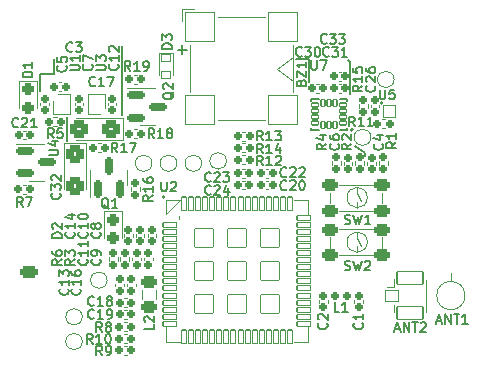
<source format=gbr>
%TF.GenerationSoftware,KiCad,Pcbnew,(6.0.1)*%
%TF.CreationDate,2022-10-07T00:00:45+07:00*%
%TF.ProjectId,rak3172,72616b33-3137-4322-9e6b-696361645f70,rev?*%
%TF.SameCoordinates,Original*%
%TF.FileFunction,Legend,Top*%
%TF.FilePolarity,Positive*%
%FSLAX46Y46*%
G04 Gerber Fmt 4.6, Leading zero omitted, Abs format (unit mm)*
G04 Created by KiCad (PCBNEW (6.0.1)) date 2022-10-07 00:00:45*
%MOMM*%
%LPD*%
G01*
G04 APERTURE LIST*
G04 Aperture macros list*
%AMRoundRect*
0 Rectangle with rounded corners*
0 $1 Rounding radius*
0 $2 $3 $4 $5 $6 $7 $8 $9 X,Y pos of 4 corners*
0 Add a 4 corners polygon primitive as box body*
4,1,4,$2,$3,$4,$5,$6,$7,$8,$9,$2,$3,0*
0 Add four circle primitives for the rounded corners*
1,1,$1+$1,$2,$3*
1,1,$1+$1,$4,$5*
1,1,$1+$1,$6,$7*
1,1,$1+$1,$8,$9*
0 Add four rect primitives between the rounded corners*
20,1,$1+$1,$2,$3,$4,$5,0*
20,1,$1+$1,$4,$5,$6,$7,0*
20,1,$1+$1,$6,$7,$8,$9,0*
20,1,$1+$1,$8,$9,$2,$3,0*%
%AMFreePoly0*
4,1,14,0.509355,0.220355,0.620355,0.109355,0.635000,0.074000,0.635000,-0.185000,0.620355,-0.220355,0.585000,-0.235000,-0.585000,-0.235000,-0.620355,-0.220355,-0.635000,-0.185000,-0.635000,0.185000,-0.620355,0.220355,-0.585000,0.235000,0.474000,0.235000,0.509355,0.220355,0.509355,0.220355,$1*%
%AMFreePoly1*
4,1,14,0.016477,0.309197,0.166477,0.149197,0.180000,0.115000,0.180000,-0.115000,0.165355,-0.150355,0.130000,-0.165000,-0.130000,-0.165000,-0.165355,-0.150355,-0.180000,-0.115000,-0.180000,0.275000,-0.165355,0.310355,-0.130000,0.325000,-0.020000,0.325000,0.016477,0.309197,0.016477,0.309197,$1*%
%AMFreePoly2*
4,1,14,0.165355,0.310355,0.180000,0.275000,0.180000,-0.115000,0.165355,-0.150355,0.130000,-0.165000,-0.130000,-0.165000,-0.165355,-0.150355,-0.180000,-0.115000,-0.180000,0.115000,-0.166477,0.149197,-0.016477,0.309197,0.020000,0.325000,0.130000,0.325000,0.165355,0.310355,0.165355,0.310355,$1*%
G04 Aperture macros list end*
%ADD10C,0.152400*%
%ADD11C,0.150000*%
%ADD12C,0.200000*%
%ADD13C,0.127000*%
%ADD14C,0.120000*%
%ADD15C,0.171803*%
%ADD16C,0.080000*%
%ADD17C,0.160000*%
%ADD18RoundRect,0.050000X-0.175000X0.290000X-0.175000X-0.290000X0.175000X-0.290000X0.175000X0.290000X0*%
%ADD19RoundRect,0.050000X-0.290000X-0.175000X0.290000X-0.175000X0.290000X0.175000X-0.290000X0.175000X0*%
%ADD20C,2.100000*%
%ADD21RoundRect,0.190000X0.140000X0.170000X-0.140000X0.170000X-0.140000X-0.170000X0.140000X-0.170000X0*%
%ADD22C,1.100000*%
%ADD23RoundRect,0.275000X0.475000X-0.225000X0.475000X0.225000X-0.475000X0.225000X-0.475000X-0.225000X0*%
%ADD24O,1.500000X1.000000*%
%ADD25RoundRect,0.190000X0.170000X-0.140000X0.170000X0.140000X-0.170000X0.140000X-0.170000X-0.140000X0*%
%ADD26RoundRect,0.185000X0.135000X0.185000X-0.135000X0.185000X-0.135000X-0.185000X0.135000X-0.185000X0*%
%ADD27FreePoly0,0.000000*%
%ADD28RoundRect,0.050000X-0.585000X-0.185000X0.585000X-0.185000X0.585000X0.185000X-0.585000X0.185000X0*%
%ADD29RoundRect,0.050000X0.185000X-0.585000X0.185000X0.585000X-0.185000X0.585000X-0.185000X-0.585000X0*%
%ADD30RoundRect,0.050000X0.585000X0.185000X-0.585000X0.185000X-0.585000X-0.185000X0.585000X-0.185000X0*%
%ADD31RoundRect,0.050000X-0.185000X0.585000X-0.185000X-0.585000X0.185000X-0.585000X0.185000X0.585000X0*%
%ADD32RoundRect,0.050000X-0.800000X-0.800000X0.800000X-0.800000X0.800000X0.800000X-0.800000X0.800000X0*%
%ADD33RoundRect,0.050000X0.350000X-0.300000X0.350000X0.300000X-0.350000X0.300000X-0.350000X-0.300000X0*%
%ADD34RoundRect,0.185000X0.185000X-0.135000X0.185000X0.135000X-0.185000X0.135000X-0.185000X-0.135000X0*%
%ADD35RoundRect,0.190000X-0.140000X-0.170000X0.140000X-0.170000X0.140000X0.170000X-0.140000X0.170000X0*%
%ADD36RoundRect,0.190000X-0.170000X0.140000X-0.170000X-0.140000X0.170000X-0.140000X0.170000X0.140000X0*%
%ADD37RoundRect,0.185000X-0.135000X-0.185000X0.135000X-0.185000X0.135000X0.185000X-0.135000X0.185000X0*%
%ADD38RoundRect,0.268750X-0.256250X0.218750X-0.256250X-0.218750X0.256250X-0.218750X0.256250X0.218750X0*%
%ADD39RoundRect,0.200000X-0.587500X-0.150000X0.587500X-0.150000X0.587500X0.150000X-0.587500X0.150000X0*%
%ADD40RoundRect,0.050000X0.000000X0.367696X-0.367696X0.000000X0.000000X-0.367696X0.367696X0.000000X0*%
%ADD41FreePoly1,180.000000*%
%ADD42FreePoly2,180.000000*%
%ADD43FreePoly1,0.000000*%
%ADD44FreePoly2,0.000000*%
%ADD45RoundRect,0.185000X-0.185000X0.135000X-0.185000X-0.135000X0.185000X-0.135000X0.185000X0.135000X0*%
%ADD46C,0.300000*%
%ADD47RoundRect,0.050000X-1.250000X1.250000X-1.250000X-1.250000X1.250000X-1.250000X1.250000X1.250000X0*%
%ADD48RoundRect,0.197500X-0.147500X-0.172500X0.147500X-0.172500X0.147500X0.172500X-0.147500X0.172500X0*%
%ADD49RoundRect,0.300000X-0.425000X0.450000X-0.425000X-0.450000X0.425000X-0.450000X0.425000X0.450000X0*%
%ADD50RoundRect,0.050000X0.000000X-0.367696X0.367696X0.000000X0.000000X0.367696X-0.367696X0.000000X0*%
%ADD51RoundRect,0.300000X0.450000X0.425000X-0.450000X0.425000X-0.450000X-0.425000X0.450000X-0.425000X0*%
%ADD52RoundRect,0.268750X0.381250X-0.218750X0.381250X0.218750X-0.381250X0.218750X-0.381250X-0.218750X0*%
%ADD53RoundRect,0.050000X-1.100000X-0.525000X1.100000X-0.525000X1.100000X0.525000X-1.100000X0.525000X0*%
%ADD54RoundRect,0.050000X-0.525000X-0.500000X0.525000X-0.500000X0.525000X0.500000X-0.525000X0.500000X0*%
%ADD55RoundRect,0.200000X0.150000X-0.587500X0.150000X0.587500X-0.150000X0.587500X-0.150000X-0.587500X0*%
%ADD56RoundRect,0.287500X0.387500X0.237500X-0.387500X0.237500X-0.387500X-0.237500X0.387500X-0.237500X0*%
G04 APERTURE END LIST*
D10*
X210150000Y-97550000D02*
X210150000Y-97800000D01*
X209250000Y-96950000D02*
X210150000Y-97550000D01*
X205400000Y-90650000D02*
X205400000Y-91550000D01*
X205400000Y-89600000D02*
X205400000Y-90650000D01*
X204300000Y-89600000D02*
X205400000Y-89600000D01*
X208900000Y-89850000D02*
X208700000Y-89650000D01*
X208900000Y-92500000D02*
X208900000Y-89850000D01*
X184900000Y-94600000D02*
X184900000Y-94500000D01*
X184900000Y-96500000D02*
X184900000Y-94600000D01*
X182600000Y-90800000D02*
X182600000Y-92300000D01*
X183800000Y-90800000D02*
X182600000Y-90800000D01*
X183800000Y-89600000D02*
X183800000Y-90800000D01*
X189600000Y-90900000D02*
X189600000Y-94300000D01*
X189600000Y-88500000D02*
X189600000Y-90900000D01*
D11*
%TO.C,U7*%
X205580723Y-89654895D02*
X205580723Y-90312876D01*
X205619428Y-90390285D01*
X205658133Y-90428990D01*
X205735542Y-90467695D01*
X205890361Y-90467695D01*
X205967771Y-90428990D01*
X206006476Y-90390285D01*
X206045180Y-90312876D01*
X206045180Y-89654895D01*
X206354819Y-89654895D02*
X206896685Y-89654895D01*
X206548342Y-90467695D01*
%TO.C,ANT1*%
X216184038Y-111735466D02*
X216571085Y-111735466D01*
X216106628Y-111967695D02*
X216377561Y-111154895D01*
X216648495Y-111967695D01*
X216919428Y-111967695D02*
X216919428Y-111154895D01*
X217383885Y-111967695D01*
X217383885Y-111154895D01*
X217654819Y-111154895D02*
X218119276Y-111154895D01*
X217887047Y-111967695D02*
X217887047Y-111154895D01*
X218815961Y-111967695D02*
X218351504Y-111967695D01*
X218583733Y-111967695D02*
X218583733Y-111154895D01*
X218506323Y-111271009D01*
X218428914Y-111348419D01*
X218351504Y-111387123D01*
%TO.C,C19*%
X187177485Y-111490285D02*
X187138780Y-111528990D01*
X187022666Y-111567695D01*
X186945257Y-111567695D01*
X186829142Y-111528990D01*
X186751733Y-111451580D01*
X186713028Y-111374171D01*
X186674323Y-111219352D01*
X186674323Y-111103238D01*
X186713028Y-110948419D01*
X186751733Y-110871009D01*
X186829142Y-110793600D01*
X186945257Y-110754895D01*
X187022666Y-110754895D01*
X187138780Y-110793600D01*
X187177485Y-110832304D01*
X187951580Y-111567695D02*
X187487123Y-111567695D01*
X187719352Y-111567695D02*
X187719352Y-110754895D01*
X187641942Y-110871009D01*
X187564533Y-110948419D01*
X187487123Y-110987123D01*
X188338628Y-111567695D02*
X188493447Y-111567695D01*
X188570857Y-111528990D01*
X188609561Y-111490285D01*
X188686971Y-111374171D01*
X188725676Y-111219352D01*
X188725676Y-110909714D01*
X188686971Y-110832304D01*
X188648266Y-110793600D01*
X188570857Y-110754895D01*
X188416038Y-110754895D01*
X188338628Y-110793600D01*
X188299923Y-110832304D01*
X188261219Y-110909714D01*
X188261219Y-111103238D01*
X188299923Y-111180647D01*
X188338628Y-111219352D01*
X188416038Y-111258057D01*
X188570857Y-111258057D01*
X188648266Y-111219352D01*
X188686971Y-111180647D01*
X188725676Y-111103238D01*
%TO.C,C4*%
X211590285Y-96735466D02*
X211628990Y-96774171D01*
X211667695Y-96890285D01*
X211667695Y-96967695D01*
X211628990Y-97083809D01*
X211551580Y-97161219D01*
X211474171Y-97199923D01*
X211319352Y-97238628D01*
X211203238Y-97238628D01*
X211048419Y-97199923D01*
X210971009Y-97161219D01*
X210893600Y-97083809D01*
X210854895Y-96967695D01*
X210854895Y-96890285D01*
X210893600Y-96774171D01*
X210932304Y-96735466D01*
X211125828Y-96038780D02*
X211667695Y-96038780D01*
X210816190Y-96232304D02*
X211396761Y-96425828D01*
X211396761Y-95922666D01*
%TO.C,R18*%
X192277485Y-96267695D02*
X192006552Y-95880647D01*
X191813028Y-96267695D02*
X191813028Y-95454895D01*
X192122666Y-95454895D01*
X192200076Y-95493600D01*
X192238780Y-95532304D01*
X192277485Y-95609714D01*
X192277485Y-95725828D01*
X192238780Y-95803238D01*
X192200076Y-95841942D01*
X192122666Y-95880647D01*
X191813028Y-95880647D01*
X193051580Y-96267695D02*
X192587123Y-96267695D01*
X192819352Y-96267695D02*
X192819352Y-95454895D01*
X192741942Y-95571009D01*
X192664533Y-95648419D01*
X192587123Y-95687123D01*
X193516038Y-95803238D02*
X193438628Y-95764533D01*
X193399923Y-95725828D01*
X193361219Y-95648419D01*
X193361219Y-95609714D01*
X193399923Y-95532304D01*
X193438628Y-95493600D01*
X193516038Y-95454895D01*
X193670857Y-95454895D01*
X193748266Y-95493600D01*
X193786971Y-95532304D01*
X193825676Y-95609714D01*
X193825676Y-95648419D01*
X193786971Y-95725828D01*
X193748266Y-95764533D01*
X193670857Y-95803238D01*
X193516038Y-95803238D01*
X193438628Y-95841942D01*
X193399923Y-95880647D01*
X193361219Y-95958057D01*
X193361219Y-96112876D01*
X193399923Y-96190285D01*
X193438628Y-96228990D01*
X193516038Y-96267695D01*
X193670857Y-96267695D01*
X193748266Y-96228990D01*
X193786971Y-96190285D01*
X193825676Y-96112876D01*
X193825676Y-95958057D01*
X193786971Y-95880647D01*
X193748266Y-95841942D01*
X193670857Y-95803238D01*
%TO.C,U2*%
X192880723Y-99954895D02*
X192880723Y-100612876D01*
X192919428Y-100690285D01*
X192958133Y-100728990D01*
X193035542Y-100767695D01*
X193190361Y-100767695D01*
X193267771Y-100728990D01*
X193306476Y-100690285D01*
X193345180Y-100612876D01*
X193345180Y-99954895D01*
X193693523Y-100032304D02*
X193732228Y-99993600D01*
X193809638Y-99954895D01*
X194003161Y-99954895D01*
X194080571Y-99993600D01*
X194119276Y-100032304D01*
X194157980Y-100109714D01*
X194157980Y-100187123D01*
X194119276Y-100303238D01*
X193654819Y-100767695D01*
X194157980Y-100767695D01*
%TO.C,D3*%
X193767695Y-88699923D02*
X192954895Y-88699923D01*
X192954895Y-88506400D01*
X192993600Y-88390285D01*
X193071009Y-88312876D01*
X193148419Y-88274171D01*
X193303238Y-88235466D01*
X193419352Y-88235466D01*
X193574171Y-88274171D01*
X193651580Y-88312876D01*
X193728990Y-88390285D01*
X193767695Y-88506400D01*
X193767695Y-88699923D01*
X192954895Y-87964533D02*
X192954895Y-87461371D01*
X193264533Y-87732304D01*
X193264533Y-87616190D01*
X193303238Y-87538780D01*
X193341942Y-87500076D01*
X193419352Y-87461371D01*
X193612876Y-87461371D01*
X193690285Y-87500076D01*
X193728990Y-87538780D01*
X193767695Y-87616190D01*
X193767695Y-87848419D01*
X193728990Y-87925828D01*
X193690285Y-87964533D01*
%TO.C,R15*%
X209917695Y-91822514D02*
X209530647Y-92093447D01*
X209917695Y-92286971D02*
X209104895Y-92286971D01*
X209104895Y-91977333D01*
X209143600Y-91899923D01*
X209182304Y-91861219D01*
X209259714Y-91822514D01*
X209375828Y-91822514D01*
X209453238Y-91861219D01*
X209491942Y-91899923D01*
X209530647Y-91977333D01*
X209530647Y-92286971D01*
X209917695Y-91048419D02*
X209917695Y-91512876D01*
X209917695Y-91280647D02*
X209104895Y-91280647D01*
X209221009Y-91358057D01*
X209298419Y-91435466D01*
X209337123Y-91512876D01*
X209104895Y-90313028D02*
X209104895Y-90700076D01*
X209491942Y-90738780D01*
X209453238Y-90700076D01*
X209414533Y-90622666D01*
X209414533Y-90429142D01*
X209453238Y-90351733D01*
X209491942Y-90313028D01*
X209569352Y-90274323D01*
X209762876Y-90274323D01*
X209840285Y-90313028D01*
X209878990Y-90351733D01*
X209917695Y-90429142D01*
X209917695Y-90622666D01*
X209878990Y-90700076D01*
X209840285Y-90738780D01*
%TO.C,C21*%
X180777485Y-95290285D02*
X180738780Y-95328990D01*
X180622666Y-95367695D01*
X180545257Y-95367695D01*
X180429142Y-95328990D01*
X180351733Y-95251580D01*
X180313028Y-95174171D01*
X180274323Y-95019352D01*
X180274323Y-94903238D01*
X180313028Y-94748419D01*
X180351733Y-94671009D01*
X180429142Y-94593600D01*
X180545257Y-94554895D01*
X180622666Y-94554895D01*
X180738780Y-94593600D01*
X180777485Y-94632304D01*
X181087123Y-94632304D02*
X181125828Y-94593600D01*
X181203238Y-94554895D01*
X181396761Y-94554895D01*
X181474171Y-94593600D01*
X181512876Y-94632304D01*
X181551580Y-94709714D01*
X181551580Y-94787123D01*
X181512876Y-94903238D01*
X181048419Y-95367695D01*
X181551580Y-95367695D01*
X182325676Y-95367695D02*
X181861219Y-95367695D01*
X182093447Y-95367695D02*
X182093447Y-94554895D01*
X182016038Y-94671009D01*
X181938628Y-94748419D01*
X181861219Y-94787123D01*
%TO.C,C13*%
X184990285Y-109022514D02*
X185028990Y-109061219D01*
X185067695Y-109177333D01*
X185067695Y-109254742D01*
X185028990Y-109370857D01*
X184951580Y-109448266D01*
X184874171Y-109486971D01*
X184719352Y-109525676D01*
X184603238Y-109525676D01*
X184448419Y-109486971D01*
X184371009Y-109448266D01*
X184293600Y-109370857D01*
X184254895Y-109254742D01*
X184254895Y-109177333D01*
X184293600Y-109061219D01*
X184332304Y-109022514D01*
X185067695Y-108248419D02*
X185067695Y-108712876D01*
X185067695Y-108480647D02*
X184254895Y-108480647D01*
X184371009Y-108558057D01*
X184448419Y-108635466D01*
X184487123Y-108712876D01*
X184254895Y-107977485D02*
X184254895Y-107474323D01*
X184564533Y-107745257D01*
X184564533Y-107629142D01*
X184603238Y-107551733D01*
X184641942Y-107513028D01*
X184719352Y-107474323D01*
X184912876Y-107474323D01*
X184990285Y-107513028D01*
X185028990Y-107551733D01*
X185067695Y-107629142D01*
X185067695Y-107861371D01*
X185028990Y-107938780D01*
X184990285Y-107977485D01*
%TO.C,C30*%
X204777485Y-89290285D02*
X204738780Y-89328990D01*
X204622666Y-89367695D01*
X204545257Y-89367695D01*
X204429142Y-89328990D01*
X204351733Y-89251580D01*
X204313028Y-89174171D01*
X204274323Y-89019352D01*
X204274323Y-88903238D01*
X204313028Y-88748419D01*
X204351733Y-88671009D01*
X204429142Y-88593600D01*
X204545257Y-88554895D01*
X204622666Y-88554895D01*
X204738780Y-88593600D01*
X204777485Y-88632304D01*
X205048419Y-88554895D02*
X205551580Y-88554895D01*
X205280647Y-88864533D01*
X205396761Y-88864533D01*
X205474171Y-88903238D01*
X205512876Y-88941942D01*
X205551580Y-89019352D01*
X205551580Y-89212876D01*
X205512876Y-89290285D01*
X205474171Y-89328990D01*
X205396761Y-89367695D01*
X205164533Y-89367695D01*
X205087123Y-89328990D01*
X205048419Y-89290285D01*
X206054742Y-88554895D02*
X206132152Y-88554895D01*
X206209561Y-88593600D01*
X206248266Y-88632304D01*
X206286971Y-88709714D01*
X206325676Y-88864533D01*
X206325676Y-89058057D01*
X206286971Y-89212876D01*
X206248266Y-89290285D01*
X206209561Y-89328990D01*
X206132152Y-89367695D01*
X206054742Y-89367695D01*
X205977333Y-89328990D01*
X205938628Y-89290285D01*
X205899923Y-89212876D01*
X205861219Y-89058057D01*
X205861219Y-88864533D01*
X205899923Y-88709714D01*
X205938628Y-88632304D01*
X205977333Y-88593600D01*
X206054742Y-88554895D01*
%TO.C,R17*%
X189177485Y-97467695D02*
X188906552Y-97080647D01*
X188713028Y-97467695D02*
X188713028Y-96654895D01*
X189022666Y-96654895D01*
X189100076Y-96693600D01*
X189138780Y-96732304D01*
X189177485Y-96809714D01*
X189177485Y-96925828D01*
X189138780Y-97003238D01*
X189100076Y-97041942D01*
X189022666Y-97080647D01*
X188713028Y-97080647D01*
X189951580Y-97467695D02*
X189487123Y-97467695D01*
X189719352Y-97467695D02*
X189719352Y-96654895D01*
X189641942Y-96771009D01*
X189564533Y-96848419D01*
X189487123Y-96887123D01*
X190222514Y-96654895D02*
X190764380Y-96654895D01*
X190416038Y-97467695D01*
%TO.C,R6*%
X184467695Y-106535466D02*
X184080647Y-106806400D01*
X184467695Y-106999923D02*
X183654895Y-106999923D01*
X183654895Y-106690285D01*
X183693600Y-106612876D01*
X183732304Y-106574171D01*
X183809714Y-106535466D01*
X183925828Y-106535466D01*
X184003238Y-106574171D01*
X184041942Y-106612876D01*
X184080647Y-106690285D01*
X184080647Y-106999923D01*
X183654895Y-105838780D02*
X183654895Y-105993600D01*
X183693600Y-106071009D01*
X183732304Y-106109714D01*
X183848419Y-106187123D01*
X184003238Y-106225828D01*
X184312876Y-106225828D01*
X184390285Y-106187123D01*
X184428990Y-106148419D01*
X184467695Y-106071009D01*
X184467695Y-105916190D01*
X184428990Y-105838780D01*
X184390285Y-105800076D01*
X184312876Y-105761371D01*
X184119352Y-105761371D01*
X184041942Y-105800076D01*
X184003238Y-105838780D01*
X183964533Y-105916190D01*
X183964533Y-106071009D01*
X184003238Y-106148419D01*
X184041942Y-106187123D01*
X184119352Y-106225828D01*
%TO.C,C11*%
X186590285Y-106522514D02*
X186628990Y-106561219D01*
X186667695Y-106677333D01*
X186667695Y-106754742D01*
X186628990Y-106870857D01*
X186551580Y-106948266D01*
X186474171Y-106986971D01*
X186319352Y-107025676D01*
X186203238Y-107025676D01*
X186048419Y-106986971D01*
X185971009Y-106948266D01*
X185893600Y-106870857D01*
X185854895Y-106754742D01*
X185854895Y-106677333D01*
X185893600Y-106561219D01*
X185932304Y-106522514D01*
X186667695Y-105748419D02*
X186667695Y-106212876D01*
X186667695Y-105980647D02*
X185854895Y-105980647D01*
X185971009Y-106058057D01*
X186048419Y-106135466D01*
X186087123Y-106212876D01*
X186667695Y-104974323D02*
X186667695Y-105438780D01*
X186667695Y-105206552D02*
X185854895Y-105206552D01*
X185971009Y-105283961D01*
X186048419Y-105361371D01*
X186087123Y-105438780D01*
%TO.C,D1*%
X181967695Y-91099923D02*
X181154895Y-91099923D01*
X181154895Y-90906400D01*
X181193600Y-90790285D01*
X181271009Y-90712876D01*
X181348419Y-90674171D01*
X181503238Y-90635466D01*
X181619352Y-90635466D01*
X181774171Y-90674171D01*
X181851580Y-90712876D01*
X181928990Y-90790285D01*
X181967695Y-90906400D01*
X181967695Y-91099923D01*
X181967695Y-89861371D02*
X181967695Y-90325828D01*
X181967695Y-90093600D02*
X181154895Y-90093600D01*
X181271009Y-90171009D01*
X181348419Y-90248419D01*
X181387123Y-90325828D01*
%TO.C,C7*%
X186990285Y-90035466D02*
X187028990Y-90074171D01*
X187067695Y-90190285D01*
X187067695Y-90267695D01*
X187028990Y-90383809D01*
X186951580Y-90461219D01*
X186874171Y-90499923D01*
X186719352Y-90538628D01*
X186603238Y-90538628D01*
X186448419Y-90499923D01*
X186371009Y-90461219D01*
X186293600Y-90383809D01*
X186254895Y-90267695D01*
X186254895Y-90190285D01*
X186293600Y-90074171D01*
X186332304Y-90035466D01*
X186254895Y-89764533D02*
X186254895Y-89222666D01*
X187067695Y-89571009D01*
%TO.C,U4*%
X183354895Y-97719276D02*
X184012876Y-97719276D01*
X184090285Y-97680571D01*
X184128990Y-97641866D01*
X184167695Y-97564457D01*
X184167695Y-97409638D01*
X184128990Y-97332228D01*
X184090285Y-97293523D01*
X184012876Y-97254819D01*
X183354895Y-97254819D01*
X183625828Y-96519428D02*
X184167695Y-96519428D01*
X183316190Y-96712952D02*
X183896761Y-96906476D01*
X183896761Y-96403314D01*
%TO.C,U3*%
X187354895Y-90519276D02*
X188012876Y-90519276D01*
X188090285Y-90480571D01*
X188128990Y-90441866D01*
X188167695Y-90364457D01*
X188167695Y-90209638D01*
X188128990Y-90132228D01*
X188090285Y-90093523D01*
X188012876Y-90054819D01*
X187354895Y-90054819D01*
X187354895Y-89745180D02*
X187354895Y-89242019D01*
X187664533Y-89512952D01*
X187664533Y-89396838D01*
X187703238Y-89319428D01*
X187741942Y-89280723D01*
X187819352Y-89242019D01*
X188012876Y-89242019D01*
X188090285Y-89280723D01*
X188128990Y-89319428D01*
X188167695Y-89396838D01*
X188167695Y-89629066D01*
X188128990Y-89706476D01*
X188090285Y-89745180D01*
%TO.C,R19*%
X190277485Y-90567695D02*
X190006552Y-90180647D01*
X189813028Y-90567695D02*
X189813028Y-89754895D01*
X190122666Y-89754895D01*
X190200076Y-89793600D01*
X190238780Y-89832304D01*
X190277485Y-89909714D01*
X190277485Y-90025828D01*
X190238780Y-90103238D01*
X190200076Y-90141942D01*
X190122666Y-90180647D01*
X189813028Y-90180647D01*
X191051580Y-90567695D02*
X190587123Y-90567695D01*
X190819352Y-90567695D02*
X190819352Y-89754895D01*
X190741942Y-89871009D01*
X190664533Y-89948419D01*
X190587123Y-89987123D01*
X191438628Y-90567695D02*
X191593447Y-90567695D01*
X191670857Y-90528990D01*
X191709561Y-90490285D01*
X191786971Y-90374171D01*
X191825676Y-90219352D01*
X191825676Y-89909714D01*
X191786971Y-89832304D01*
X191748266Y-89793600D01*
X191670857Y-89754895D01*
X191516038Y-89754895D01*
X191438628Y-89793600D01*
X191399923Y-89832304D01*
X191361219Y-89909714D01*
X191361219Y-90103238D01*
X191399923Y-90180647D01*
X191438628Y-90219352D01*
X191516038Y-90258057D01*
X191670857Y-90258057D01*
X191748266Y-90219352D01*
X191786971Y-90180647D01*
X191825676Y-90103238D01*
%TO.C,R3*%
X185567695Y-106535466D02*
X185180647Y-106806400D01*
X185567695Y-106999923D02*
X184754895Y-106999923D01*
X184754895Y-106690285D01*
X184793600Y-106612876D01*
X184832304Y-106574171D01*
X184909714Y-106535466D01*
X185025828Y-106535466D01*
X185103238Y-106574171D01*
X185141942Y-106612876D01*
X185180647Y-106690285D01*
X185180647Y-106999923D01*
X184754895Y-106264533D02*
X184754895Y-105761371D01*
X185064533Y-106032304D01*
X185064533Y-105916190D01*
X185103238Y-105838780D01*
X185141942Y-105800076D01*
X185219352Y-105761371D01*
X185412876Y-105761371D01*
X185490285Y-105800076D01*
X185528990Y-105838780D01*
X185567695Y-105916190D01*
X185567695Y-106148419D01*
X185528990Y-106225828D01*
X185490285Y-106264533D01*
%TO.C,R8*%
X187864533Y-112667695D02*
X187593600Y-112280647D01*
X187400076Y-112667695D02*
X187400076Y-111854895D01*
X187709714Y-111854895D01*
X187787123Y-111893600D01*
X187825828Y-111932304D01*
X187864533Y-112009714D01*
X187864533Y-112125828D01*
X187825828Y-112203238D01*
X187787123Y-112241942D01*
X187709714Y-112280647D01*
X187400076Y-112280647D01*
X188328990Y-112203238D02*
X188251580Y-112164533D01*
X188212876Y-112125828D01*
X188174171Y-112048419D01*
X188174171Y-112009714D01*
X188212876Y-111932304D01*
X188251580Y-111893600D01*
X188328990Y-111854895D01*
X188483809Y-111854895D01*
X188561219Y-111893600D01*
X188599923Y-111932304D01*
X188638628Y-112009714D01*
X188638628Y-112048419D01*
X188599923Y-112125828D01*
X188561219Y-112164533D01*
X188483809Y-112203238D01*
X188328990Y-112203238D01*
X188251580Y-112241942D01*
X188212876Y-112280647D01*
X188174171Y-112358057D01*
X188174171Y-112512876D01*
X188212876Y-112590285D01*
X188251580Y-112628990D01*
X188328990Y-112667695D01*
X188483809Y-112667695D01*
X188561219Y-112628990D01*
X188599923Y-112590285D01*
X188638628Y-112512876D01*
X188638628Y-112358057D01*
X188599923Y-112280647D01*
X188561219Y-112241942D01*
X188483809Y-112203238D01*
%TO.C,C22*%
X203477485Y-99490285D02*
X203438780Y-99528990D01*
X203322666Y-99567695D01*
X203245257Y-99567695D01*
X203129142Y-99528990D01*
X203051733Y-99451580D01*
X203013028Y-99374171D01*
X202974323Y-99219352D01*
X202974323Y-99103238D01*
X203013028Y-98948419D01*
X203051733Y-98871009D01*
X203129142Y-98793600D01*
X203245257Y-98754895D01*
X203322666Y-98754895D01*
X203438780Y-98793600D01*
X203477485Y-98832304D01*
X203787123Y-98832304D02*
X203825828Y-98793600D01*
X203903238Y-98754895D01*
X204096761Y-98754895D01*
X204174171Y-98793600D01*
X204212876Y-98832304D01*
X204251580Y-98909714D01*
X204251580Y-98987123D01*
X204212876Y-99103238D01*
X203748419Y-99567695D01*
X204251580Y-99567695D01*
X204561219Y-98832304D02*
X204599923Y-98793600D01*
X204677333Y-98754895D01*
X204870857Y-98754895D01*
X204948266Y-98793600D01*
X204986971Y-98832304D01*
X205025676Y-98909714D01*
X205025676Y-98987123D01*
X204986971Y-99103238D01*
X204522514Y-99567695D01*
X205025676Y-99567695D01*
%TO.C,R9*%
X187864533Y-114667695D02*
X187593600Y-114280647D01*
X187400076Y-114667695D02*
X187400076Y-113854895D01*
X187709714Y-113854895D01*
X187787123Y-113893600D01*
X187825828Y-113932304D01*
X187864533Y-114009714D01*
X187864533Y-114125828D01*
X187825828Y-114203238D01*
X187787123Y-114241942D01*
X187709714Y-114280647D01*
X187400076Y-114280647D01*
X188251580Y-114667695D02*
X188406400Y-114667695D01*
X188483809Y-114628990D01*
X188522514Y-114590285D01*
X188599923Y-114474171D01*
X188638628Y-114319352D01*
X188638628Y-114009714D01*
X188599923Y-113932304D01*
X188561219Y-113893600D01*
X188483809Y-113854895D01*
X188328990Y-113854895D01*
X188251580Y-113893600D01*
X188212876Y-113932304D01*
X188174171Y-114009714D01*
X188174171Y-114203238D01*
X188212876Y-114280647D01*
X188251580Y-114319352D01*
X188328990Y-114358057D01*
X188483809Y-114358057D01*
X188561219Y-114319352D01*
X188599923Y-114280647D01*
X188638628Y-114203238D01*
%TO.C,R14*%
X201477485Y-97567695D02*
X201206552Y-97180647D01*
X201013028Y-97567695D02*
X201013028Y-96754895D01*
X201322666Y-96754895D01*
X201400076Y-96793600D01*
X201438780Y-96832304D01*
X201477485Y-96909714D01*
X201477485Y-97025828D01*
X201438780Y-97103238D01*
X201400076Y-97141942D01*
X201322666Y-97180647D01*
X201013028Y-97180647D01*
X202251580Y-97567695D02*
X201787123Y-97567695D01*
X202019352Y-97567695D02*
X202019352Y-96754895D01*
X201941942Y-96871009D01*
X201864533Y-96948419D01*
X201787123Y-96987123D01*
X202948266Y-97025828D02*
X202948266Y-97567695D01*
X202754742Y-96716190D02*
X202561219Y-97296761D01*
X203064380Y-97296761D01*
%TO.C,R12*%
X201477485Y-98567695D02*
X201206552Y-98180647D01*
X201013028Y-98567695D02*
X201013028Y-97754895D01*
X201322666Y-97754895D01*
X201400076Y-97793600D01*
X201438780Y-97832304D01*
X201477485Y-97909714D01*
X201477485Y-98025828D01*
X201438780Y-98103238D01*
X201400076Y-98141942D01*
X201322666Y-98180647D01*
X201013028Y-98180647D01*
X202251580Y-98567695D02*
X201787123Y-98567695D01*
X202019352Y-98567695D02*
X202019352Y-97754895D01*
X201941942Y-97871009D01*
X201864533Y-97948419D01*
X201787123Y-97987123D01*
X202561219Y-97832304D02*
X202599923Y-97793600D01*
X202677333Y-97754895D01*
X202870857Y-97754895D01*
X202948266Y-97793600D01*
X202986971Y-97832304D01*
X203025676Y-97909714D01*
X203025676Y-97987123D01*
X202986971Y-98103238D01*
X202522514Y-98567695D01*
X203025676Y-98567695D01*
%TO.C,U5*%
X211380723Y-92154895D02*
X211380723Y-92812876D01*
X211419428Y-92890285D01*
X211458133Y-92928990D01*
X211535542Y-92967695D01*
X211690361Y-92967695D01*
X211767771Y-92928990D01*
X211806476Y-92890285D01*
X211845180Y-92812876D01*
X211845180Y-92154895D01*
X212619276Y-92154895D02*
X212232228Y-92154895D01*
X212193523Y-92541942D01*
X212232228Y-92503238D01*
X212309638Y-92464533D01*
X212503161Y-92464533D01*
X212580571Y-92503238D01*
X212619276Y-92541942D01*
X212657980Y-92619352D01*
X212657980Y-92812876D01*
X212619276Y-92890285D01*
X212580571Y-92928990D01*
X212503161Y-92967695D01*
X212309638Y-92967695D01*
X212232228Y-92928990D01*
X212193523Y-92890285D01*
%TO.C,BZ1*%
X204741942Y-91566038D02*
X204780647Y-91449923D01*
X204819352Y-91411219D01*
X204896761Y-91372514D01*
X205012876Y-91372514D01*
X205090285Y-91411219D01*
X205128990Y-91449923D01*
X205167695Y-91527333D01*
X205167695Y-91836971D01*
X204354895Y-91836971D01*
X204354895Y-91566038D01*
X204393600Y-91488628D01*
X204432304Y-91449923D01*
X204509714Y-91411219D01*
X204587123Y-91411219D01*
X204664533Y-91449923D01*
X204703238Y-91488628D01*
X204741942Y-91566038D01*
X204741942Y-91836971D01*
X204354895Y-91101580D02*
X204354895Y-90559714D01*
X205167695Y-91101580D01*
X205167695Y-90559714D01*
X205167695Y-89824323D02*
X205167695Y-90288780D01*
X205167695Y-90056552D02*
X204354895Y-90056552D01*
X204471009Y-90133961D01*
X204548419Y-90211371D01*
X204587123Y-90288780D01*
X194671428Y-89180952D02*
X194671428Y-88419047D01*
X195052380Y-88800000D02*
X194290476Y-88800000D01*
%TO.C,C14*%
X185490285Y-104222514D02*
X185528990Y-104261219D01*
X185567695Y-104377333D01*
X185567695Y-104454742D01*
X185528990Y-104570857D01*
X185451580Y-104648266D01*
X185374171Y-104686971D01*
X185219352Y-104725676D01*
X185103238Y-104725676D01*
X184948419Y-104686971D01*
X184871009Y-104648266D01*
X184793600Y-104570857D01*
X184754895Y-104454742D01*
X184754895Y-104377333D01*
X184793600Y-104261219D01*
X184832304Y-104222514D01*
X185567695Y-103448419D02*
X185567695Y-103912876D01*
X185567695Y-103680647D02*
X184754895Y-103680647D01*
X184871009Y-103758057D01*
X184948419Y-103835466D01*
X184987123Y-103912876D01*
X185025828Y-102751733D02*
X185567695Y-102751733D01*
X184716190Y-102945257D02*
X185296761Y-103138780D01*
X185296761Y-102635619D01*
%TO.C,L1*%
X207964533Y-110967695D02*
X207577485Y-110967695D01*
X207577485Y-110154895D01*
X208661219Y-110967695D02*
X208196761Y-110967695D01*
X208428990Y-110967695D02*
X208428990Y-110154895D01*
X208351580Y-110271009D01*
X208274171Y-110348419D01*
X208196761Y-110387123D01*
%TO.C,C32*%
X184290285Y-100922514D02*
X184328990Y-100961219D01*
X184367695Y-101077333D01*
X184367695Y-101154742D01*
X184328990Y-101270857D01*
X184251580Y-101348266D01*
X184174171Y-101386971D01*
X184019352Y-101425676D01*
X183903238Y-101425676D01*
X183748419Y-101386971D01*
X183671009Y-101348266D01*
X183593600Y-101270857D01*
X183554895Y-101154742D01*
X183554895Y-101077333D01*
X183593600Y-100961219D01*
X183632304Y-100922514D01*
X183554895Y-100651580D02*
X183554895Y-100148419D01*
X183864533Y-100419352D01*
X183864533Y-100303238D01*
X183903238Y-100225828D01*
X183941942Y-100187123D01*
X184019352Y-100148419D01*
X184212876Y-100148419D01*
X184290285Y-100187123D01*
X184328990Y-100225828D01*
X184367695Y-100303238D01*
X184367695Y-100535466D01*
X184328990Y-100612876D01*
X184290285Y-100651580D01*
X183632304Y-99838780D02*
X183593600Y-99800076D01*
X183554895Y-99722666D01*
X183554895Y-99529142D01*
X183593600Y-99451733D01*
X183632304Y-99413028D01*
X183709714Y-99374323D01*
X183787123Y-99374323D01*
X183903238Y-99413028D01*
X184367695Y-99877485D01*
X184367695Y-99374323D01*
%TO.C,R1*%
X212767695Y-96635466D02*
X212380647Y-96906400D01*
X212767695Y-97099923D02*
X211954895Y-97099923D01*
X211954895Y-96790285D01*
X211993600Y-96712876D01*
X212032304Y-96674171D01*
X212109714Y-96635466D01*
X212225828Y-96635466D01*
X212303238Y-96674171D01*
X212341942Y-96712876D01*
X212380647Y-96790285D01*
X212380647Y-97099923D01*
X212767695Y-95861371D02*
X212767695Y-96325828D01*
X212767695Y-96093600D02*
X211954895Y-96093600D01*
X212071009Y-96171009D01*
X212148419Y-96248419D01*
X212187123Y-96325828D01*
%TO.C,C12*%
X189190285Y-90022514D02*
X189228990Y-90061219D01*
X189267695Y-90177333D01*
X189267695Y-90254742D01*
X189228990Y-90370857D01*
X189151580Y-90448266D01*
X189074171Y-90486971D01*
X188919352Y-90525676D01*
X188803238Y-90525676D01*
X188648419Y-90486971D01*
X188571009Y-90448266D01*
X188493600Y-90370857D01*
X188454895Y-90254742D01*
X188454895Y-90177333D01*
X188493600Y-90061219D01*
X188532304Y-90022514D01*
X189267695Y-89248419D02*
X189267695Y-89712876D01*
X189267695Y-89480647D02*
X188454895Y-89480647D01*
X188571009Y-89558057D01*
X188648419Y-89635466D01*
X188687123Y-89712876D01*
X188532304Y-88938780D02*
X188493600Y-88900076D01*
X188454895Y-88822666D01*
X188454895Y-88629142D01*
X188493600Y-88551733D01*
X188532304Y-88513028D01*
X188609714Y-88474323D01*
X188687123Y-88474323D01*
X188803238Y-88513028D01*
X189267695Y-88977485D01*
X189267695Y-88474323D01*
%TO.C,R4*%
X206867695Y-96735466D02*
X206480647Y-97006400D01*
X206867695Y-97199923D02*
X206054895Y-97199923D01*
X206054895Y-96890285D01*
X206093600Y-96812876D01*
X206132304Y-96774171D01*
X206209714Y-96735466D01*
X206325828Y-96735466D01*
X206403238Y-96774171D01*
X206441942Y-96812876D01*
X206480647Y-96890285D01*
X206480647Y-97199923D01*
X206325828Y-96038780D02*
X206867695Y-96038780D01*
X206016190Y-96232304D02*
X206596761Y-96425828D01*
X206596761Y-95922666D01*
%TO.C,C33*%
X206877485Y-88190285D02*
X206838780Y-88228990D01*
X206722666Y-88267695D01*
X206645257Y-88267695D01*
X206529142Y-88228990D01*
X206451733Y-88151580D01*
X206413028Y-88074171D01*
X206374323Y-87919352D01*
X206374323Y-87803238D01*
X206413028Y-87648419D01*
X206451733Y-87571009D01*
X206529142Y-87493600D01*
X206645257Y-87454895D01*
X206722666Y-87454895D01*
X206838780Y-87493600D01*
X206877485Y-87532304D01*
X207148419Y-87454895D02*
X207651580Y-87454895D01*
X207380647Y-87764533D01*
X207496761Y-87764533D01*
X207574171Y-87803238D01*
X207612876Y-87841942D01*
X207651580Y-87919352D01*
X207651580Y-88112876D01*
X207612876Y-88190285D01*
X207574171Y-88228990D01*
X207496761Y-88267695D01*
X207264533Y-88267695D01*
X207187123Y-88228990D01*
X207148419Y-88190285D01*
X207922514Y-87454895D02*
X208425676Y-87454895D01*
X208154742Y-87764533D01*
X208270857Y-87764533D01*
X208348266Y-87803238D01*
X208386971Y-87841942D01*
X208425676Y-87919352D01*
X208425676Y-88112876D01*
X208386971Y-88190285D01*
X208348266Y-88228990D01*
X208270857Y-88267695D01*
X208038628Y-88267695D01*
X207961219Y-88228990D01*
X207922514Y-88190285D01*
%TO.C,R7*%
X181164533Y-102067695D02*
X180893600Y-101680647D01*
X180700076Y-102067695D02*
X180700076Y-101254895D01*
X181009714Y-101254895D01*
X181087123Y-101293600D01*
X181125828Y-101332304D01*
X181164533Y-101409714D01*
X181164533Y-101525828D01*
X181125828Y-101603238D01*
X181087123Y-101641942D01*
X181009714Y-101680647D01*
X180700076Y-101680647D01*
X181435466Y-101254895D02*
X181977333Y-101254895D01*
X181628990Y-102067695D01*
%TO.C,U1*%
X185154895Y-90519276D02*
X185812876Y-90519276D01*
X185890285Y-90480571D01*
X185928990Y-90441866D01*
X185967695Y-90364457D01*
X185967695Y-90209638D01*
X185928990Y-90132228D01*
X185890285Y-90093523D01*
X185812876Y-90054819D01*
X185154895Y-90054819D01*
X185967695Y-89242019D02*
X185967695Y-89706476D01*
X185967695Y-89474247D02*
X185154895Y-89474247D01*
X185271009Y-89551657D01*
X185348419Y-89629066D01*
X185387123Y-89706476D01*
%TO.C,C17*%
X187277485Y-91790285D02*
X187238780Y-91828990D01*
X187122666Y-91867695D01*
X187045257Y-91867695D01*
X186929142Y-91828990D01*
X186851733Y-91751580D01*
X186813028Y-91674171D01*
X186774323Y-91519352D01*
X186774323Y-91403238D01*
X186813028Y-91248419D01*
X186851733Y-91171009D01*
X186929142Y-91093600D01*
X187045257Y-91054895D01*
X187122666Y-91054895D01*
X187238780Y-91093600D01*
X187277485Y-91132304D01*
X188051580Y-91867695D02*
X187587123Y-91867695D01*
X187819352Y-91867695D02*
X187819352Y-91054895D01*
X187741942Y-91171009D01*
X187664533Y-91248419D01*
X187587123Y-91287123D01*
X188322514Y-91054895D02*
X188864380Y-91054895D01*
X188516038Y-91867695D01*
%TO.C,L2*%
X192267695Y-112035466D02*
X192267695Y-112422514D01*
X191454895Y-112422514D01*
X191532304Y-111803238D02*
X191493600Y-111764533D01*
X191454895Y-111687123D01*
X191454895Y-111493600D01*
X191493600Y-111416190D01*
X191532304Y-111377485D01*
X191609714Y-111338780D01*
X191687123Y-111338780D01*
X191803238Y-111377485D01*
X192267695Y-111841942D01*
X192267695Y-111338780D01*
%TO.C,R10*%
X187077485Y-113667695D02*
X186806552Y-113280647D01*
X186613028Y-113667695D02*
X186613028Y-112854895D01*
X186922666Y-112854895D01*
X187000076Y-112893600D01*
X187038780Y-112932304D01*
X187077485Y-113009714D01*
X187077485Y-113125828D01*
X187038780Y-113203238D01*
X187000076Y-113241942D01*
X186922666Y-113280647D01*
X186613028Y-113280647D01*
X187851580Y-113667695D02*
X187387123Y-113667695D01*
X187619352Y-113667695D02*
X187619352Y-112854895D01*
X187541942Y-112971009D01*
X187464533Y-113048419D01*
X187387123Y-113087123D01*
X188354742Y-112854895D02*
X188432152Y-112854895D01*
X188509561Y-112893600D01*
X188548266Y-112932304D01*
X188586971Y-113009714D01*
X188625676Y-113164533D01*
X188625676Y-113358057D01*
X188586971Y-113512876D01*
X188548266Y-113590285D01*
X188509561Y-113628990D01*
X188432152Y-113667695D01*
X188354742Y-113667695D01*
X188277333Y-113628990D01*
X188238628Y-113590285D01*
X188199923Y-113512876D01*
X188161219Y-113358057D01*
X188161219Y-113164533D01*
X188199923Y-113009714D01*
X188238628Y-112932304D01*
X188277333Y-112893600D01*
X188354742Y-112854895D01*
%TO.C,C24*%
X197077485Y-100990285D02*
X197038780Y-101028990D01*
X196922666Y-101067695D01*
X196845257Y-101067695D01*
X196729142Y-101028990D01*
X196651733Y-100951580D01*
X196613028Y-100874171D01*
X196574323Y-100719352D01*
X196574323Y-100603238D01*
X196613028Y-100448419D01*
X196651733Y-100371009D01*
X196729142Y-100293600D01*
X196845257Y-100254895D01*
X196922666Y-100254895D01*
X197038780Y-100293600D01*
X197077485Y-100332304D01*
X197387123Y-100332304D02*
X197425828Y-100293600D01*
X197503238Y-100254895D01*
X197696761Y-100254895D01*
X197774171Y-100293600D01*
X197812876Y-100332304D01*
X197851580Y-100409714D01*
X197851580Y-100487123D01*
X197812876Y-100603238D01*
X197348419Y-101067695D01*
X197851580Y-101067695D01*
X198548266Y-100525828D02*
X198548266Y-101067695D01*
X198354742Y-100216190D02*
X198161219Y-100796761D01*
X198664380Y-100796761D01*
%TO.C,R13*%
X201477485Y-96467695D02*
X201206552Y-96080647D01*
X201013028Y-96467695D02*
X201013028Y-95654895D01*
X201322666Y-95654895D01*
X201400076Y-95693600D01*
X201438780Y-95732304D01*
X201477485Y-95809714D01*
X201477485Y-95925828D01*
X201438780Y-96003238D01*
X201400076Y-96041942D01*
X201322666Y-96080647D01*
X201013028Y-96080647D01*
X202251580Y-96467695D02*
X201787123Y-96467695D01*
X202019352Y-96467695D02*
X202019352Y-95654895D01*
X201941942Y-95771009D01*
X201864533Y-95848419D01*
X201787123Y-95887123D01*
X202522514Y-95654895D02*
X203025676Y-95654895D01*
X202754742Y-95964533D01*
X202870857Y-95964533D01*
X202948266Y-96003238D01*
X202986971Y-96041942D01*
X203025676Y-96119352D01*
X203025676Y-96312876D01*
X202986971Y-96390285D01*
X202948266Y-96428990D01*
X202870857Y-96467695D01*
X202638628Y-96467695D01*
X202561219Y-96428990D01*
X202522514Y-96390285D01*
%TO.C,R5*%
X183764533Y-96267695D02*
X183493600Y-95880647D01*
X183300076Y-96267695D02*
X183300076Y-95454895D01*
X183609714Y-95454895D01*
X183687123Y-95493600D01*
X183725828Y-95532304D01*
X183764533Y-95609714D01*
X183764533Y-95725828D01*
X183725828Y-95803238D01*
X183687123Y-95841942D01*
X183609714Y-95880647D01*
X183300076Y-95880647D01*
X184499923Y-95454895D02*
X184112876Y-95454895D01*
X184074171Y-95841942D01*
X184112876Y-95803238D01*
X184190285Y-95764533D01*
X184383809Y-95764533D01*
X184461219Y-95803238D01*
X184499923Y-95841942D01*
X184538628Y-95919352D01*
X184538628Y-96112876D01*
X184499923Y-96190285D01*
X184461219Y-96228990D01*
X184383809Y-96267695D01*
X184190285Y-96267695D01*
X184112876Y-96228990D01*
X184074171Y-96190285D01*
%TO.C,C6*%
X207890285Y-96735466D02*
X207928990Y-96774171D01*
X207967695Y-96890285D01*
X207967695Y-96967695D01*
X207928990Y-97083809D01*
X207851580Y-97161219D01*
X207774171Y-97199923D01*
X207619352Y-97238628D01*
X207503238Y-97238628D01*
X207348419Y-97199923D01*
X207271009Y-97161219D01*
X207193600Y-97083809D01*
X207154895Y-96967695D01*
X207154895Y-96890285D01*
X207193600Y-96774171D01*
X207232304Y-96735466D01*
X207154895Y-96038780D02*
X207154895Y-96193600D01*
X207193600Y-96271009D01*
X207232304Y-96309714D01*
X207348419Y-96387123D01*
X207503238Y-96425828D01*
X207812876Y-96425828D01*
X207890285Y-96387123D01*
X207928990Y-96348419D01*
X207967695Y-96271009D01*
X207967695Y-96116190D01*
X207928990Y-96038780D01*
X207890285Y-96000076D01*
X207812876Y-95961371D01*
X207619352Y-95961371D01*
X207541942Y-96000076D01*
X207503238Y-96038780D01*
X207464533Y-96116190D01*
X207464533Y-96271009D01*
X207503238Y-96348419D01*
X207541942Y-96387123D01*
X207619352Y-96425828D01*
%TO.C,Q2*%
X193945104Y-92377409D02*
X193906400Y-92454819D01*
X193828990Y-92532228D01*
X193712876Y-92648342D01*
X193674171Y-92725752D01*
X193674171Y-92803161D01*
X193867695Y-92764457D02*
X193828990Y-92841866D01*
X193751580Y-92919276D01*
X193596761Y-92957980D01*
X193325828Y-92957980D01*
X193171009Y-92919276D01*
X193093600Y-92841866D01*
X193054895Y-92764457D01*
X193054895Y-92609638D01*
X193093600Y-92532228D01*
X193171009Y-92454819D01*
X193325828Y-92416114D01*
X193596761Y-92416114D01*
X193751580Y-92454819D01*
X193828990Y-92532228D01*
X193867695Y-92609638D01*
X193867695Y-92764457D01*
X193132304Y-92106476D02*
X193093600Y-92067771D01*
X193054895Y-91990361D01*
X193054895Y-91796838D01*
X193093600Y-91719428D01*
X193132304Y-91680723D01*
X193209714Y-91642019D01*
X193287123Y-91642019D01*
X193403238Y-91680723D01*
X193867695Y-92145180D01*
X193867695Y-91642019D01*
%TO.C,C26*%
X210940285Y-91822514D02*
X210978990Y-91861219D01*
X211017695Y-91977333D01*
X211017695Y-92054742D01*
X210978990Y-92170857D01*
X210901580Y-92248266D01*
X210824171Y-92286971D01*
X210669352Y-92325676D01*
X210553238Y-92325676D01*
X210398419Y-92286971D01*
X210321009Y-92248266D01*
X210243600Y-92170857D01*
X210204895Y-92054742D01*
X210204895Y-91977333D01*
X210243600Y-91861219D01*
X210282304Y-91822514D01*
X210282304Y-91512876D02*
X210243600Y-91474171D01*
X210204895Y-91396761D01*
X210204895Y-91203238D01*
X210243600Y-91125828D01*
X210282304Y-91087123D01*
X210359714Y-91048419D01*
X210437123Y-91048419D01*
X210553238Y-91087123D01*
X211017695Y-91551580D01*
X211017695Y-91048419D01*
X210204895Y-90351733D02*
X210204895Y-90506552D01*
X210243600Y-90583961D01*
X210282304Y-90622666D01*
X210398419Y-90700076D01*
X210553238Y-90738780D01*
X210862876Y-90738780D01*
X210940285Y-90700076D01*
X210978990Y-90661371D01*
X211017695Y-90583961D01*
X211017695Y-90429142D01*
X210978990Y-90351733D01*
X210940285Y-90313028D01*
X210862876Y-90274323D01*
X210669352Y-90274323D01*
X210591942Y-90313028D01*
X210553238Y-90351733D01*
X210514533Y-90429142D01*
X210514533Y-90583961D01*
X210553238Y-90661371D01*
X210591942Y-90700076D01*
X210669352Y-90738780D01*
%TO.C,C10*%
X186590285Y-104222514D02*
X186628990Y-104261219D01*
X186667695Y-104377333D01*
X186667695Y-104454742D01*
X186628990Y-104570857D01*
X186551580Y-104648266D01*
X186474171Y-104686971D01*
X186319352Y-104725676D01*
X186203238Y-104725676D01*
X186048419Y-104686971D01*
X185971009Y-104648266D01*
X185893600Y-104570857D01*
X185854895Y-104454742D01*
X185854895Y-104377333D01*
X185893600Y-104261219D01*
X185932304Y-104222514D01*
X186667695Y-103448419D02*
X186667695Y-103912876D01*
X186667695Y-103680647D02*
X185854895Y-103680647D01*
X185971009Y-103758057D01*
X186048419Y-103835466D01*
X186087123Y-103912876D01*
X185854895Y-102945257D02*
X185854895Y-102867847D01*
X185893600Y-102790438D01*
X185932304Y-102751733D01*
X186009714Y-102713028D01*
X186164533Y-102674323D01*
X186358057Y-102674323D01*
X186512876Y-102713028D01*
X186590285Y-102751733D01*
X186628990Y-102790438D01*
X186667695Y-102867847D01*
X186667695Y-102945257D01*
X186628990Y-103022666D01*
X186590285Y-103061371D01*
X186512876Y-103100076D01*
X186358057Y-103138780D01*
X186164533Y-103138780D01*
X186009714Y-103100076D01*
X185932304Y-103061371D01*
X185893600Y-103022666D01*
X185854895Y-102945257D01*
%TO.C,C2*%
X206890285Y-111935466D02*
X206928990Y-111974171D01*
X206967695Y-112090285D01*
X206967695Y-112167695D01*
X206928990Y-112283809D01*
X206851580Y-112361219D01*
X206774171Y-112399923D01*
X206619352Y-112438628D01*
X206503238Y-112438628D01*
X206348419Y-112399923D01*
X206271009Y-112361219D01*
X206193600Y-112283809D01*
X206154895Y-112167695D01*
X206154895Y-112090285D01*
X206193600Y-111974171D01*
X206232304Y-111935466D01*
X206232304Y-111625828D02*
X206193600Y-111587123D01*
X206154895Y-111509714D01*
X206154895Y-111316190D01*
X206193600Y-111238780D01*
X206232304Y-111200076D01*
X206309714Y-111161371D01*
X206387123Y-111161371D01*
X206503238Y-111200076D01*
X206967695Y-111664533D01*
X206967695Y-111161371D01*
%TO.C,C31*%
X207077485Y-89290285D02*
X207038780Y-89328990D01*
X206922666Y-89367695D01*
X206845257Y-89367695D01*
X206729142Y-89328990D01*
X206651733Y-89251580D01*
X206613028Y-89174171D01*
X206574323Y-89019352D01*
X206574323Y-88903238D01*
X206613028Y-88748419D01*
X206651733Y-88671009D01*
X206729142Y-88593600D01*
X206845257Y-88554895D01*
X206922666Y-88554895D01*
X207038780Y-88593600D01*
X207077485Y-88632304D01*
X207348419Y-88554895D02*
X207851580Y-88554895D01*
X207580647Y-88864533D01*
X207696761Y-88864533D01*
X207774171Y-88903238D01*
X207812876Y-88941942D01*
X207851580Y-89019352D01*
X207851580Y-89212876D01*
X207812876Y-89290285D01*
X207774171Y-89328990D01*
X207696761Y-89367695D01*
X207464533Y-89367695D01*
X207387123Y-89328990D01*
X207348419Y-89290285D01*
X208625676Y-89367695D02*
X208161219Y-89367695D01*
X208393447Y-89367695D02*
X208393447Y-88554895D01*
X208316038Y-88671009D01*
X208238628Y-88748419D01*
X208161219Y-88787123D01*
%TO.C,ANT2*%
X212684038Y-112435466D02*
X213071085Y-112435466D01*
X212606628Y-112667695D02*
X212877561Y-111854895D01*
X213148495Y-112667695D01*
X213419428Y-112667695D02*
X213419428Y-111854895D01*
X213883885Y-112667695D01*
X213883885Y-111854895D01*
X214154819Y-111854895D02*
X214619276Y-111854895D01*
X214387047Y-112667695D02*
X214387047Y-111854895D01*
X214851504Y-111932304D02*
X214890209Y-111893600D01*
X214967619Y-111854895D01*
X215161142Y-111854895D01*
X215238552Y-111893600D01*
X215277257Y-111932304D01*
X215315961Y-112009714D01*
X215315961Y-112087123D01*
X215277257Y-112203238D01*
X214812800Y-112667695D01*
X215315961Y-112667695D01*
%TO.C,C9*%
X187690285Y-106535466D02*
X187728990Y-106574171D01*
X187767695Y-106690285D01*
X187767695Y-106767695D01*
X187728990Y-106883809D01*
X187651580Y-106961219D01*
X187574171Y-106999923D01*
X187419352Y-107038628D01*
X187303238Y-107038628D01*
X187148419Y-106999923D01*
X187071009Y-106961219D01*
X186993600Y-106883809D01*
X186954895Y-106767695D01*
X186954895Y-106690285D01*
X186993600Y-106574171D01*
X187032304Y-106535466D01*
X187767695Y-106148419D02*
X187767695Y-105993600D01*
X187728990Y-105916190D01*
X187690285Y-105877485D01*
X187574171Y-105800076D01*
X187419352Y-105761371D01*
X187109714Y-105761371D01*
X187032304Y-105800076D01*
X186993600Y-105838780D01*
X186954895Y-105916190D01*
X186954895Y-106071009D01*
X186993600Y-106148419D01*
X187032304Y-106187123D01*
X187109714Y-106225828D01*
X187303238Y-106225828D01*
X187380647Y-106187123D01*
X187419352Y-106148419D01*
X187458057Y-106071009D01*
X187458057Y-105916190D01*
X187419352Y-105838780D01*
X187380647Y-105800076D01*
X187303238Y-105761371D01*
%TO.C,C23*%
X197077485Y-99890285D02*
X197038780Y-99928990D01*
X196922666Y-99967695D01*
X196845257Y-99967695D01*
X196729142Y-99928990D01*
X196651733Y-99851580D01*
X196613028Y-99774171D01*
X196574323Y-99619352D01*
X196574323Y-99503238D01*
X196613028Y-99348419D01*
X196651733Y-99271009D01*
X196729142Y-99193600D01*
X196845257Y-99154895D01*
X196922666Y-99154895D01*
X197038780Y-99193600D01*
X197077485Y-99232304D01*
X197387123Y-99232304D02*
X197425828Y-99193600D01*
X197503238Y-99154895D01*
X197696761Y-99154895D01*
X197774171Y-99193600D01*
X197812876Y-99232304D01*
X197851580Y-99309714D01*
X197851580Y-99387123D01*
X197812876Y-99503238D01*
X197348419Y-99967695D01*
X197851580Y-99967695D01*
X198122514Y-99154895D02*
X198625676Y-99154895D01*
X198354742Y-99464533D01*
X198470857Y-99464533D01*
X198548266Y-99503238D01*
X198586971Y-99541942D01*
X198625676Y-99619352D01*
X198625676Y-99812876D01*
X198586971Y-99890285D01*
X198548266Y-99928990D01*
X198470857Y-99967695D01*
X198238628Y-99967695D01*
X198161219Y-99928990D01*
X198122514Y-99890285D01*
%TO.C,Q1*%
X188422590Y-102245104D02*
X188345180Y-102206400D01*
X188267771Y-102128990D01*
X188151657Y-102012876D01*
X188074247Y-101974171D01*
X187996838Y-101974171D01*
X188035542Y-102167695D02*
X187958133Y-102128990D01*
X187880723Y-102051580D01*
X187842019Y-101896761D01*
X187842019Y-101625828D01*
X187880723Y-101471009D01*
X187958133Y-101393600D01*
X188035542Y-101354895D01*
X188190361Y-101354895D01*
X188267771Y-101393600D01*
X188345180Y-101471009D01*
X188383885Y-101625828D01*
X188383885Y-101896761D01*
X188345180Y-102051580D01*
X188267771Y-102128990D01*
X188190361Y-102167695D01*
X188035542Y-102167695D01*
X189157980Y-102167695D02*
X188693523Y-102167695D01*
X188925752Y-102167695D02*
X188925752Y-101354895D01*
X188848342Y-101471009D01*
X188770933Y-101548419D01*
X188693523Y-101587123D01*
%TO.C,D2*%
X184467695Y-104699923D02*
X183654895Y-104699923D01*
X183654895Y-104506400D01*
X183693600Y-104390285D01*
X183771009Y-104312876D01*
X183848419Y-104274171D01*
X184003238Y-104235466D01*
X184119352Y-104235466D01*
X184274171Y-104274171D01*
X184351580Y-104312876D01*
X184428990Y-104390285D01*
X184467695Y-104506400D01*
X184467695Y-104699923D01*
X183732304Y-103925828D02*
X183693600Y-103887123D01*
X183654895Y-103809714D01*
X183654895Y-103616190D01*
X183693600Y-103538780D01*
X183732304Y-103500076D01*
X183809714Y-103461371D01*
X183887123Y-103461371D01*
X184003238Y-103500076D01*
X184467695Y-103964533D01*
X184467695Y-103461371D01*
%TO.C,C3*%
X185364533Y-88890285D02*
X185325828Y-88928990D01*
X185209714Y-88967695D01*
X185132304Y-88967695D01*
X185016190Y-88928990D01*
X184938780Y-88851580D01*
X184900076Y-88774171D01*
X184861371Y-88619352D01*
X184861371Y-88503238D01*
X184900076Y-88348419D01*
X184938780Y-88271009D01*
X185016190Y-88193600D01*
X185132304Y-88154895D01*
X185209714Y-88154895D01*
X185325828Y-88193600D01*
X185364533Y-88232304D01*
X185635466Y-88154895D02*
X186138628Y-88154895D01*
X185867695Y-88464533D01*
X185983809Y-88464533D01*
X186061219Y-88503238D01*
X186099923Y-88541942D01*
X186138628Y-88619352D01*
X186138628Y-88812876D01*
X186099923Y-88890285D01*
X186061219Y-88928990D01*
X185983809Y-88967695D01*
X185751580Y-88967695D01*
X185674171Y-88928990D01*
X185635466Y-88890285D01*
%TO.C,C8*%
X187690285Y-104235466D02*
X187728990Y-104274171D01*
X187767695Y-104390285D01*
X187767695Y-104467695D01*
X187728990Y-104583809D01*
X187651580Y-104661219D01*
X187574171Y-104699923D01*
X187419352Y-104738628D01*
X187303238Y-104738628D01*
X187148419Y-104699923D01*
X187071009Y-104661219D01*
X186993600Y-104583809D01*
X186954895Y-104467695D01*
X186954895Y-104390285D01*
X186993600Y-104274171D01*
X187032304Y-104235466D01*
X187303238Y-103771009D02*
X187264533Y-103848419D01*
X187225828Y-103887123D01*
X187148419Y-103925828D01*
X187109714Y-103925828D01*
X187032304Y-103887123D01*
X186993600Y-103848419D01*
X186954895Y-103771009D01*
X186954895Y-103616190D01*
X186993600Y-103538780D01*
X187032304Y-103500076D01*
X187109714Y-103461371D01*
X187148419Y-103461371D01*
X187225828Y-103500076D01*
X187264533Y-103538780D01*
X187303238Y-103616190D01*
X187303238Y-103771009D01*
X187341942Y-103848419D01*
X187380647Y-103887123D01*
X187458057Y-103925828D01*
X187612876Y-103925828D01*
X187690285Y-103887123D01*
X187728990Y-103848419D01*
X187767695Y-103771009D01*
X187767695Y-103616190D01*
X187728990Y-103538780D01*
X187690285Y-103500076D01*
X187612876Y-103461371D01*
X187458057Y-103461371D01*
X187380647Y-103500076D01*
X187341942Y-103538780D01*
X187303238Y-103616190D01*
%TO.C,SW2*%
X208416266Y-107428990D02*
X208532380Y-107467695D01*
X208725904Y-107467695D01*
X208803314Y-107428990D01*
X208842019Y-107390285D01*
X208880723Y-107312876D01*
X208880723Y-107235466D01*
X208842019Y-107158057D01*
X208803314Y-107119352D01*
X208725904Y-107080647D01*
X208571085Y-107041942D01*
X208493676Y-107003238D01*
X208454971Y-106964533D01*
X208416266Y-106887123D01*
X208416266Y-106809714D01*
X208454971Y-106732304D01*
X208493676Y-106693600D01*
X208571085Y-106654895D01*
X208764609Y-106654895D01*
X208880723Y-106693600D01*
X209151657Y-106654895D02*
X209345180Y-107467695D01*
X209500000Y-106887123D01*
X209654819Y-107467695D01*
X209848342Y-106654895D01*
X210119276Y-106732304D02*
X210157980Y-106693600D01*
X210235390Y-106654895D01*
X210428914Y-106654895D01*
X210506323Y-106693600D01*
X210545028Y-106732304D01*
X210583733Y-106809714D01*
X210583733Y-106887123D01*
X210545028Y-107003238D01*
X210080571Y-107467695D01*
X210583733Y-107467695D01*
%TO.C,C20*%
X203477485Y-100590285D02*
X203438780Y-100628990D01*
X203322666Y-100667695D01*
X203245257Y-100667695D01*
X203129142Y-100628990D01*
X203051733Y-100551580D01*
X203013028Y-100474171D01*
X202974323Y-100319352D01*
X202974323Y-100203238D01*
X203013028Y-100048419D01*
X203051733Y-99971009D01*
X203129142Y-99893600D01*
X203245257Y-99854895D01*
X203322666Y-99854895D01*
X203438780Y-99893600D01*
X203477485Y-99932304D01*
X203787123Y-99932304D02*
X203825828Y-99893600D01*
X203903238Y-99854895D01*
X204096761Y-99854895D01*
X204174171Y-99893600D01*
X204212876Y-99932304D01*
X204251580Y-100009714D01*
X204251580Y-100087123D01*
X204212876Y-100203238D01*
X203748419Y-100667695D01*
X204251580Y-100667695D01*
X204754742Y-99854895D02*
X204832152Y-99854895D01*
X204909561Y-99893600D01*
X204948266Y-99932304D01*
X204986971Y-100009714D01*
X205025676Y-100164533D01*
X205025676Y-100358057D01*
X204986971Y-100512876D01*
X204948266Y-100590285D01*
X204909561Y-100628990D01*
X204832152Y-100667695D01*
X204754742Y-100667695D01*
X204677333Y-100628990D01*
X204638628Y-100590285D01*
X204599923Y-100512876D01*
X204561219Y-100358057D01*
X204561219Y-100164533D01*
X204599923Y-100009714D01*
X204638628Y-99932304D01*
X204677333Y-99893600D01*
X204754742Y-99854895D01*
%TO.C,C1*%
X209890285Y-111935466D02*
X209928990Y-111974171D01*
X209967695Y-112090285D01*
X209967695Y-112167695D01*
X209928990Y-112283809D01*
X209851580Y-112361219D01*
X209774171Y-112399923D01*
X209619352Y-112438628D01*
X209503238Y-112438628D01*
X209348419Y-112399923D01*
X209271009Y-112361219D01*
X209193600Y-112283809D01*
X209154895Y-112167695D01*
X209154895Y-112090285D01*
X209193600Y-111974171D01*
X209232304Y-111935466D01*
X209967695Y-111161371D02*
X209967695Y-111625828D01*
X209967695Y-111393600D02*
X209154895Y-111393600D01*
X209271009Y-111471009D01*
X209348419Y-111548419D01*
X209387123Y-111625828D01*
%TO.C,R16*%
X192167695Y-101122514D02*
X191780647Y-101393447D01*
X192167695Y-101586971D02*
X191354895Y-101586971D01*
X191354895Y-101277333D01*
X191393600Y-101199923D01*
X191432304Y-101161219D01*
X191509714Y-101122514D01*
X191625828Y-101122514D01*
X191703238Y-101161219D01*
X191741942Y-101199923D01*
X191780647Y-101277333D01*
X191780647Y-101586971D01*
X192167695Y-100348419D02*
X192167695Y-100812876D01*
X192167695Y-100580647D02*
X191354895Y-100580647D01*
X191471009Y-100658057D01*
X191548419Y-100735466D01*
X191587123Y-100812876D01*
X191354895Y-99651733D02*
X191354895Y-99806552D01*
X191393600Y-99883961D01*
X191432304Y-99922666D01*
X191548419Y-100000076D01*
X191703238Y-100038780D01*
X192012876Y-100038780D01*
X192090285Y-100000076D01*
X192128990Y-99961371D01*
X192167695Y-99883961D01*
X192167695Y-99729142D01*
X192128990Y-99651733D01*
X192090285Y-99613028D01*
X192012876Y-99574323D01*
X191819352Y-99574323D01*
X191741942Y-99613028D01*
X191703238Y-99651733D01*
X191664533Y-99729142D01*
X191664533Y-99883961D01*
X191703238Y-99961371D01*
X191741942Y-100000076D01*
X191819352Y-100038780D01*
%TO.C,R2*%
X208967695Y-96735466D02*
X208580647Y-97006400D01*
X208967695Y-97199923D02*
X208154895Y-97199923D01*
X208154895Y-96890285D01*
X208193600Y-96812876D01*
X208232304Y-96774171D01*
X208309714Y-96735466D01*
X208425828Y-96735466D01*
X208503238Y-96774171D01*
X208541942Y-96812876D01*
X208580647Y-96890285D01*
X208580647Y-97199923D01*
X208232304Y-96425828D02*
X208193600Y-96387123D01*
X208154895Y-96309714D01*
X208154895Y-96116190D01*
X208193600Y-96038780D01*
X208232304Y-96000076D01*
X208309714Y-95961371D01*
X208387123Y-95961371D01*
X208503238Y-96000076D01*
X208967695Y-96464533D01*
X208967695Y-95961371D01*
%TO.C,SW1*%
X208416266Y-103528990D02*
X208532380Y-103567695D01*
X208725904Y-103567695D01*
X208803314Y-103528990D01*
X208842019Y-103490285D01*
X208880723Y-103412876D01*
X208880723Y-103335466D01*
X208842019Y-103258057D01*
X208803314Y-103219352D01*
X208725904Y-103180647D01*
X208571085Y-103141942D01*
X208493676Y-103103238D01*
X208454971Y-103064533D01*
X208416266Y-102987123D01*
X208416266Y-102909714D01*
X208454971Y-102832304D01*
X208493676Y-102793600D01*
X208571085Y-102754895D01*
X208764609Y-102754895D01*
X208880723Y-102793600D01*
X209151657Y-102754895D02*
X209345180Y-103567695D01*
X209500000Y-102987123D01*
X209654819Y-103567695D01*
X209848342Y-102754895D01*
X210583733Y-103567695D02*
X210119276Y-103567695D01*
X210351504Y-103567695D02*
X210351504Y-102754895D01*
X210274095Y-102871009D01*
X210196685Y-102948419D01*
X210119276Y-102987123D01*
%TO.C,C5*%
X184790285Y-90135466D02*
X184828990Y-90174171D01*
X184867695Y-90290285D01*
X184867695Y-90367695D01*
X184828990Y-90483809D01*
X184751580Y-90561219D01*
X184674171Y-90599923D01*
X184519352Y-90638628D01*
X184403238Y-90638628D01*
X184248419Y-90599923D01*
X184171009Y-90561219D01*
X184093600Y-90483809D01*
X184054895Y-90367695D01*
X184054895Y-90290285D01*
X184093600Y-90174171D01*
X184132304Y-90135466D01*
X184054895Y-89400076D02*
X184054895Y-89787123D01*
X184441942Y-89825828D01*
X184403238Y-89787123D01*
X184364533Y-89709714D01*
X184364533Y-89516190D01*
X184403238Y-89438780D01*
X184441942Y-89400076D01*
X184519352Y-89361371D01*
X184712876Y-89361371D01*
X184790285Y-89400076D01*
X184828990Y-89438780D01*
X184867695Y-89516190D01*
X184867695Y-89709714D01*
X184828990Y-89787123D01*
X184790285Y-89825828D01*
%TO.C,C16*%
X185990285Y-109022514D02*
X186028990Y-109061219D01*
X186067695Y-109177333D01*
X186067695Y-109254742D01*
X186028990Y-109370857D01*
X185951580Y-109448266D01*
X185874171Y-109486971D01*
X185719352Y-109525676D01*
X185603238Y-109525676D01*
X185448419Y-109486971D01*
X185371009Y-109448266D01*
X185293600Y-109370857D01*
X185254895Y-109254742D01*
X185254895Y-109177333D01*
X185293600Y-109061219D01*
X185332304Y-109022514D01*
X186067695Y-108248419D02*
X186067695Y-108712876D01*
X186067695Y-108480647D02*
X185254895Y-108480647D01*
X185371009Y-108558057D01*
X185448419Y-108635466D01*
X185487123Y-108712876D01*
X185254895Y-107551733D02*
X185254895Y-107706552D01*
X185293600Y-107783961D01*
X185332304Y-107822666D01*
X185448419Y-107900076D01*
X185603238Y-107938780D01*
X185912876Y-107938780D01*
X185990285Y-107900076D01*
X186028990Y-107861371D01*
X186067695Y-107783961D01*
X186067695Y-107629142D01*
X186028990Y-107551733D01*
X185990285Y-107513028D01*
X185912876Y-107474323D01*
X185719352Y-107474323D01*
X185641942Y-107513028D01*
X185603238Y-107551733D01*
X185564533Y-107629142D01*
X185564533Y-107783961D01*
X185603238Y-107861371D01*
X185641942Y-107900076D01*
X185719352Y-107938780D01*
%TO.C,R11*%
X209277485Y-95267695D02*
X209006552Y-94880647D01*
X208813028Y-95267695D02*
X208813028Y-94454895D01*
X209122666Y-94454895D01*
X209200076Y-94493600D01*
X209238780Y-94532304D01*
X209277485Y-94609714D01*
X209277485Y-94725828D01*
X209238780Y-94803238D01*
X209200076Y-94841942D01*
X209122666Y-94880647D01*
X208813028Y-94880647D01*
X210051580Y-95267695D02*
X209587123Y-95267695D01*
X209819352Y-95267695D02*
X209819352Y-94454895D01*
X209741942Y-94571009D01*
X209664533Y-94648419D01*
X209587123Y-94687123D01*
X210825676Y-95267695D02*
X210361219Y-95267695D01*
X210593447Y-95267695D02*
X210593447Y-94454895D01*
X210516038Y-94571009D01*
X210438628Y-94648419D01*
X210361219Y-94687123D01*
%TO.C,C18*%
X187177485Y-110390285D02*
X187138780Y-110428990D01*
X187022666Y-110467695D01*
X186945257Y-110467695D01*
X186829142Y-110428990D01*
X186751733Y-110351580D01*
X186713028Y-110274171D01*
X186674323Y-110119352D01*
X186674323Y-110003238D01*
X186713028Y-109848419D01*
X186751733Y-109771009D01*
X186829142Y-109693600D01*
X186945257Y-109654895D01*
X187022666Y-109654895D01*
X187138780Y-109693600D01*
X187177485Y-109732304D01*
X187951580Y-110467695D02*
X187487123Y-110467695D01*
X187719352Y-110467695D02*
X187719352Y-109654895D01*
X187641942Y-109771009D01*
X187564533Y-109848419D01*
X187487123Y-109887123D01*
X188416038Y-110003238D02*
X188338628Y-109964533D01*
X188299923Y-109925828D01*
X188261219Y-109848419D01*
X188261219Y-109809714D01*
X188299923Y-109732304D01*
X188338628Y-109693600D01*
X188416038Y-109654895D01*
X188570857Y-109654895D01*
X188648266Y-109693600D01*
X188686971Y-109732304D01*
X188725676Y-109809714D01*
X188725676Y-109848419D01*
X188686971Y-109925828D01*
X188648266Y-109964533D01*
X188570857Y-110003238D01*
X188416038Y-110003238D01*
X188338628Y-110041942D01*
X188299923Y-110080647D01*
X188261219Y-110158057D01*
X188261219Y-110312876D01*
X188299923Y-110390285D01*
X188338628Y-110428990D01*
X188416038Y-110467695D01*
X188570857Y-110467695D01*
X188648266Y-110428990D01*
X188686971Y-110390285D01*
X188725676Y-110312876D01*
X188725676Y-110158057D01*
X188686971Y-110080647D01*
X188648266Y-110041942D01*
X188570857Y-110003238D01*
D12*
%TO.C,U7*%
X209100000Y-95550000D02*
G75*
G03*
X209100000Y-95550000I-100000J0D01*
G01*
D13*
X208650000Y-95550000D02*
X208650000Y-95400000D01*
X208650000Y-93100000D02*
X208650000Y-92950000D01*
X205550000Y-93100000D02*
X205550000Y-92950000D01*
X208000000Y-95550000D02*
X208650000Y-95550000D01*
X208650000Y-92950000D02*
X208000000Y-92950000D01*
X206200000Y-95550000D02*
X205550000Y-95550000D01*
X205550000Y-95550000D02*
X205550000Y-95400000D01*
X205550000Y-92950000D02*
X206200000Y-92950000D01*
D14*
%TO.C,ANT1*%
X218600000Y-109600000D02*
G75*
G03*
X218600000Y-109600000I-1200000J0D01*
G01*
X217400000Y-108400000D02*
X217400000Y-107650000D01*
%TO.C,C19*%
X189957836Y-110840000D02*
X189742164Y-110840000D01*
X189957836Y-111560000D02*
X189742164Y-111560000D01*
%TO.C,TP11*%
X196300000Y-98400000D02*
G75*
G03*
X196300000Y-98400000I-700000J0D01*
G01*
%TO.C,C4*%
X210340000Y-98507836D02*
X210340000Y-98292164D01*
X211060000Y-98507836D02*
X211060000Y-98292164D01*
%TO.C,R18*%
X190853641Y-95520000D02*
X190546359Y-95520000D01*
X190853641Y-96280000D02*
X190546359Y-96280000D01*
%TO.C,U2*%
X193300000Y-113500000D02*
X193300000Y-112300000D01*
X193300000Y-113500000D02*
X194500000Y-113500000D01*
X193300000Y-101500000D02*
X193300000Y-102700000D01*
X205300000Y-101500000D02*
X204100000Y-101500000D01*
X205300000Y-113500000D02*
X205300000Y-112300000D01*
X193300000Y-102700000D02*
X194500000Y-101500000D01*
X194400000Y-102850000D02*
X194400000Y-103150000D01*
X205300000Y-101500000D02*
X205300000Y-102700000D01*
X205300000Y-113500000D02*
X204100000Y-113500000D01*
X193300000Y-101500000D02*
X194500000Y-101500000D01*
D15*
X193135901Y-101250000D02*
G75*
G03*
X193135901Y-101250000I-85901J0D01*
G01*
D14*
%TO.C,D3*%
X192700000Y-90900000D02*
X192700000Y-89050000D01*
X193900000Y-89050000D02*
X192700000Y-89050000D01*
X193900000Y-90900000D02*
X193900000Y-89050000D01*
%TO.C,R15*%
X210380000Y-93703641D02*
X210380000Y-93396359D01*
X209620000Y-93703641D02*
X209620000Y-93396359D01*
%TO.C,C21*%
X181192164Y-95640000D02*
X181407836Y-95640000D01*
X181192164Y-96360000D02*
X181407836Y-96360000D01*
%TO.C,C13*%
X188990000Y-108592164D02*
X188990000Y-108807836D01*
X189710000Y-108592164D02*
X189710000Y-108807836D01*
%TO.C,C30*%
X205992164Y-91690000D02*
X206207836Y-91690000D01*
X205992164Y-92410000D02*
X206207836Y-92410000D01*
%TO.C,TP6*%
X210625000Y-96200000D02*
G75*
G03*
X210625000Y-96200000I-700000J0D01*
G01*
%TO.C,R17*%
X187496359Y-97480000D02*
X187803641Y-97480000D01*
X187496359Y-96720000D02*
X187803641Y-96720000D01*
%TO.C,R6*%
X188420000Y-106653641D02*
X188420000Y-106346359D01*
X189180000Y-106653641D02*
X189180000Y-106346359D01*
%TO.C,C11*%
X190440000Y-106392164D02*
X190440000Y-106607836D01*
X191160000Y-106392164D02*
X191160000Y-106607836D01*
%TO.C,D1*%
X182335000Y-91415000D02*
X180865000Y-91415000D01*
X180865000Y-91415000D02*
X180865000Y-93700000D01*
X182335000Y-93700000D02*
X182335000Y-91415000D01*
%TO.C,C7*%
X185540000Y-93292164D02*
X185540000Y-93507836D01*
X186260000Y-93292164D02*
X186260000Y-93507836D01*
%TO.C,U4*%
X182300000Y-99860000D02*
X182950000Y-99860000D01*
X182300000Y-96740000D02*
X182950000Y-96740000D01*
X182300000Y-99860000D02*
X181650000Y-99860000D01*
X182300000Y-96740000D02*
X180625000Y-96740000D01*
%TO.C,U3*%
X188120000Y-92540000D02*
X186680000Y-92540000D01*
X186680000Y-94260000D02*
X187700000Y-94260000D01*
X188120000Y-93700000D02*
X188120000Y-92540000D01*
X186680000Y-92540000D02*
X186680000Y-94260000D01*
%TO.C,R19*%
X190843641Y-91680000D02*
X190536359Y-91680000D01*
X190843641Y-90920000D02*
X190536359Y-90920000D01*
%TO.C,R3*%
X190180000Y-106346359D02*
X190180000Y-106653641D01*
X189420000Y-106346359D02*
X189420000Y-106653641D01*
%TO.C,R8*%
X190003641Y-112630000D02*
X189696359Y-112630000D01*
X190003641Y-111870000D02*
X189696359Y-111870000D01*
%TO.C,C22*%
X201742164Y-99610000D02*
X201957836Y-99610000D01*
X201742164Y-98890000D02*
X201957836Y-98890000D01*
%TO.C,R9*%
X189696359Y-113870000D02*
X190003641Y-113870000D01*
X189696359Y-114630000D02*
X190003641Y-114630000D01*
%TO.C,TP8*%
X192100000Y-98400000D02*
G75*
G03*
X192100000Y-98400000I-700000J0D01*
G01*
%TO.C,R14*%
X199696359Y-96720000D02*
X200003641Y-96720000D01*
X199696359Y-97480000D02*
X200003641Y-97480000D01*
%TO.C,R12*%
X199696359Y-97720000D02*
X200003641Y-97720000D01*
X199696359Y-98480000D02*
X200003641Y-98480000D01*
D16*
%TO.C,U5*%
X211700000Y-93450000D02*
X212700000Y-93450000D01*
X212700000Y-93450000D02*
X212700000Y-94450000D01*
X212700000Y-94450000D02*
X211700000Y-94450000D01*
X211700000Y-94450000D02*
X211700000Y-93450000D01*
D17*
X211605000Y-93275000D02*
G75*
G03*
X211605000Y-93275000I-80000J0D01*
G01*
D14*
%TO.C,BZ1*%
X195350000Y-88400000D02*
X195350000Y-92400000D01*
X194650000Y-86350000D02*
X194650000Y-85350000D01*
X197700000Y-94750000D02*
X201700000Y-94750000D01*
X204050000Y-89400000D02*
X202700000Y-90400000D01*
X204050000Y-91400000D02*
X202700000Y-90400000D01*
X194650000Y-85350000D02*
X195650000Y-85350000D01*
X204050000Y-92400000D02*
X204050000Y-88400000D01*
X201700000Y-86050000D02*
X197700000Y-86050000D01*
%TO.C,C14*%
X189740000Y-104392164D02*
X189740000Y-104607836D01*
X190460000Y-104392164D02*
X190460000Y-104607836D01*
%TO.C,TP7*%
X212600000Y-91300000D02*
G75*
G03*
X212600000Y-91300000I-700000J0D01*
G01*
%TO.C,TP5*%
X188300000Y-108300000D02*
G75*
G03*
X188300000Y-108300000I-700000J0D01*
G01*
%TO.C,C32*%
X186535000Y-100600000D02*
X186535000Y-96690000D01*
X184665000Y-96690000D02*
X184665000Y-100600000D01*
X186535000Y-96690000D02*
X184665000Y-96690000D01*
%TO.C,R1*%
X211320000Y-98246359D02*
X211320000Y-98553641D01*
X212080000Y-98246359D02*
X212080000Y-98553641D01*
%TO.C,C12*%
X188340000Y-93507836D02*
X188340000Y-93292164D01*
X189060000Y-93507836D02*
X189060000Y-93292164D01*
%TO.C,R4*%
X207320000Y-98246359D02*
X207320000Y-98553641D01*
X208080000Y-98246359D02*
X208080000Y-98553641D01*
%TO.C,C33*%
X208107836Y-91410000D02*
X207892164Y-91410000D01*
X208107836Y-90690000D02*
X207892164Y-90690000D01*
%TO.C,R7*%
X181146359Y-100980000D02*
X181453641Y-100980000D01*
X181146359Y-100220000D02*
X181453641Y-100220000D01*
%TO.C,U1*%
X183680000Y-94260000D02*
X185120000Y-94260000D01*
X185120000Y-92540000D02*
X184100000Y-92540000D01*
X183680000Y-93100000D02*
X183680000Y-94260000D01*
X185120000Y-94260000D02*
X185120000Y-92540000D01*
%TO.C,C17*%
X189610000Y-94565000D02*
X185700000Y-94565000D01*
X189610000Y-96435000D02*
X189610000Y-94565000D01*
X185700000Y-96435000D02*
X189610000Y-96435000D01*
%TO.C,L2*%
X191290000Y-109899622D02*
X191290000Y-109100378D01*
X192410000Y-109899622D02*
X192410000Y-109100378D01*
%TO.C,R10*%
X189696359Y-112870000D02*
X190003641Y-112870000D01*
X189696359Y-113630000D02*
X190003641Y-113630000D01*
%TO.C,C24*%
X199977836Y-100610000D02*
X199762164Y-100610000D01*
X199977836Y-99890000D02*
X199762164Y-99890000D01*
%TO.C,R13*%
X199696359Y-96480000D02*
X200003641Y-96480000D01*
X199696359Y-95720000D02*
X200003641Y-95720000D01*
%TO.C,R5*%
X184053641Y-94520000D02*
X183746359Y-94520000D01*
X184053641Y-95280000D02*
X183746359Y-95280000D01*
%TO.C,C6*%
X209060000Y-98507836D02*
X209060000Y-98292164D01*
X208340000Y-98507836D02*
X208340000Y-98292164D01*
%TO.C,Q2*%
X191700000Y-92040000D02*
X192350000Y-92040000D01*
X191700000Y-92040000D02*
X190025000Y-92040000D01*
X191700000Y-95160000D02*
X192350000Y-95160000D01*
X191700000Y-95160000D02*
X191050000Y-95160000D01*
%TO.C,TP10*%
X194200000Y-98400000D02*
G75*
G03*
X194200000Y-98400000I-700000J0D01*
G01*
%TO.C,C26*%
X210640000Y-93657836D02*
X210640000Y-93442164D01*
X211360000Y-93657836D02*
X211360000Y-93442164D01*
%TO.C,C10*%
X190740000Y-104392164D02*
X190740000Y-104607836D01*
X191460000Y-104392164D02*
X191460000Y-104607836D01*
%TO.C,C2*%
X206960000Y-109992164D02*
X206960000Y-110207836D01*
X206240000Y-109992164D02*
X206240000Y-110207836D01*
%TO.C,TP9*%
X198400000Y-98200000D02*
G75*
G03*
X198400000Y-98200000I-700000J0D01*
G01*
%TO.C,C31*%
X208107836Y-92410000D02*
X207892164Y-92410000D01*
X208107836Y-91690000D02*
X207892164Y-91690000D01*
%TO.C,ANT2*%
X212615000Y-111000000D02*
X212615000Y-110360000D01*
X212615000Y-108840000D02*
X211985000Y-108840000D01*
X212615000Y-108200000D02*
X212615000Y-108840000D01*
X215335000Y-108250000D02*
X215335000Y-110950000D01*
%TO.C,C9*%
X192160000Y-106392164D02*
X192160000Y-106607836D01*
X191440000Y-106392164D02*
X191440000Y-106607836D01*
%TO.C,C23*%
X199957836Y-98890000D02*
X199742164Y-98890000D01*
X199957836Y-99610000D02*
X199742164Y-99610000D01*
%TO.C,Q1*%
X190010000Y-99600000D02*
X190010000Y-98950000D01*
X186890000Y-99600000D02*
X186890000Y-101275000D01*
X186890000Y-99600000D02*
X186890000Y-98950000D01*
X190010000Y-99600000D02*
X190010000Y-100250000D01*
%TO.C,TP2*%
X186200000Y-111400000D02*
G75*
G03*
X186200000Y-111400000I-700000J0D01*
G01*
%TO.C,D2*%
X189535000Y-104750000D02*
X189535000Y-102465000D01*
X189535000Y-102465000D02*
X188065000Y-102465000D01*
X188065000Y-102465000D02*
X188065000Y-104750000D01*
%TO.C,C3*%
X184192164Y-92260000D02*
X184407836Y-92260000D01*
X184192164Y-91540000D02*
X184407836Y-91540000D01*
%TO.C,C8*%
X192460000Y-104392164D02*
X192460000Y-104607836D01*
X191740000Y-104392164D02*
X191740000Y-104607836D01*
%TO.C,SW2*%
X209475232Y-104705000D02*
X209805232Y-105385000D01*
X210835232Y-103975000D02*
X207935232Y-103975000D01*
X210835232Y-106175000D02*
X207935232Y-106175000D01*
X209475000Y-104214768D02*
X209475232Y-104715000D01*
X207135232Y-105575000D02*
X207135232Y-104675000D01*
X209475000Y-105935232D02*
X209475232Y-105435000D01*
X211535232Y-105575000D02*
X211535232Y-104675000D01*
X210335233Y-105075000D02*
G75*
G03*
X210335233Y-105075000I-860233J0D01*
G01*
%TO.C,C20*%
X201742164Y-99890000D02*
X201957836Y-99890000D01*
X201742164Y-100610000D02*
X201957836Y-100610000D01*
%TO.C,C1*%
X209960000Y-109992164D02*
X209960000Y-110207836D01*
X209240000Y-109992164D02*
X209240000Y-110207836D01*
%TO.C,R16*%
X191080000Y-100446359D02*
X191080000Y-100753641D01*
X190320000Y-100446359D02*
X190320000Y-100753641D01*
%TO.C,R2*%
X209320000Y-98553641D02*
X209320000Y-98246359D01*
X210080000Y-98553641D02*
X210080000Y-98246359D01*
%TO.C,SW1*%
X209475232Y-100930000D02*
X209805232Y-101610000D01*
X209475000Y-102160232D02*
X209475232Y-101660000D01*
X210835232Y-100200000D02*
X207935232Y-100200000D01*
X210835232Y-102400000D02*
X207935232Y-102400000D01*
X211535232Y-101800000D02*
X211535232Y-100900000D01*
X207135232Y-101800000D02*
X207135232Y-100900000D01*
X209475000Y-100439768D02*
X209475232Y-100940000D01*
X210335233Y-101300000D02*
G75*
G03*
X210335233Y-101300000I-860233J0D01*
G01*
%TO.C,TP1*%
X186200000Y-113500000D02*
G75*
G03*
X186200000Y-113500000I-700000J0D01*
G01*
%TO.C,C5*%
X183360000Y-93292164D02*
X183360000Y-93507836D01*
X182640000Y-93292164D02*
X182640000Y-93507836D01*
%TO.C,C16*%
X189990000Y-108592164D02*
X189990000Y-108807836D01*
X190710000Y-108592164D02*
X190710000Y-108807836D01*
%TO.C,R11*%
X211546359Y-95430000D02*
X211853641Y-95430000D01*
X211546359Y-94670000D02*
X211853641Y-94670000D01*
%TO.C,C18*%
X189957836Y-110560000D02*
X189742164Y-110560000D01*
X189957836Y-109840000D02*
X189742164Y-109840000D01*
%TD*%
%LPC*%
D18*
%TO.C,U7*%
X207600000Y-95175000D03*
X207100000Y-95175000D03*
X206600000Y-95175000D03*
D19*
X205925000Y-95000000D03*
X205925000Y-94500000D03*
X205925000Y-94000000D03*
X205925000Y-93500000D03*
D18*
X206600000Y-93325000D03*
X207100000Y-93325000D03*
X207600000Y-93325000D03*
D19*
X208275000Y-93500000D03*
X208275000Y-94000000D03*
X208275000Y-94500000D03*
X208275000Y-95000000D03*
%TD*%
D20*
%TO.C,ANT1*%
X217400000Y-109600000D03*
%TD*%
D21*
%TO.C,C19*%
X190330000Y-111200000D03*
X189370000Y-111200000D03*
%TD*%
D22*
%TO.C,TP11*%
X195600000Y-98400000D03*
%TD*%
D23*
%TO.C,DEBUG1*%
X181725000Y-107600000D03*
D24*
X181725000Y-106350000D03*
X181725000Y-105100000D03*
X181725000Y-103850000D03*
X181725000Y-102600000D03*
%TD*%
D25*
%TO.C,C4*%
X210700000Y-98880000D03*
X210700000Y-97920000D03*
%TD*%
D26*
%TO.C,R18*%
X191210000Y-95900000D03*
X190190000Y-95900000D03*
%TD*%
D27*
%TO.C,U2*%
X193650000Y-103000000D03*
D28*
X193650000Y-103600000D03*
X193650000Y-104200000D03*
X193650000Y-104800000D03*
X193650000Y-105400000D03*
X193650000Y-106000000D03*
X193650000Y-106600000D03*
X193650000Y-107200000D03*
X193650000Y-107800000D03*
X193650000Y-108400000D03*
X193650000Y-109000000D03*
X193650000Y-109600000D03*
X193650000Y-110200000D03*
X193650000Y-110800000D03*
X193650000Y-111400000D03*
X193650000Y-112000000D03*
D29*
X194800000Y-113150000D03*
X195400000Y-113150000D03*
X196000000Y-113150000D03*
X196600000Y-113150000D03*
X197200000Y-113150000D03*
X197800000Y-113150000D03*
X198400000Y-113150000D03*
X199000000Y-113150000D03*
X199600000Y-113150000D03*
X200200000Y-113150000D03*
X200800000Y-113150000D03*
X201400000Y-113150000D03*
X202000000Y-113150000D03*
X202600000Y-113150000D03*
X203200000Y-113150000D03*
X203800000Y-113150000D03*
D30*
X204950000Y-112000000D03*
X204950000Y-111400000D03*
X204950000Y-110800000D03*
X204950000Y-110200000D03*
X204950000Y-109600000D03*
X204950000Y-109000000D03*
X204950000Y-108400000D03*
X204950000Y-107800000D03*
X204950000Y-107200000D03*
X204950000Y-106600000D03*
X204950000Y-106000000D03*
X204950000Y-105400000D03*
X204950000Y-104800000D03*
X204950000Y-104200000D03*
X204950000Y-103600000D03*
X204950000Y-103000000D03*
D31*
X203800000Y-101850000D03*
X203200000Y-101850000D03*
X202600000Y-101850000D03*
X202000000Y-101850000D03*
X201400000Y-101850000D03*
X200800000Y-101850000D03*
X200200000Y-101850000D03*
X199600000Y-101850000D03*
X199000000Y-101850000D03*
X198400000Y-101850000D03*
X197800000Y-101850000D03*
X197200000Y-101850000D03*
X196600000Y-101850000D03*
X196000000Y-101850000D03*
X195400000Y-101850000D03*
X194800000Y-101850000D03*
D32*
X196500000Y-104700000D03*
X199300000Y-104700000D03*
X202100000Y-104700000D03*
X196500000Y-107500000D03*
X199300000Y-107500000D03*
X202100000Y-107500000D03*
X196500000Y-110300000D03*
X199300000Y-110300000D03*
X202100000Y-110300000D03*
%TD*%
D33*
%TO.C,D3*%
X193300000Y-89500000D03*
X193300000Y-90900000D03*
%TD*%
D34*
%TO.C,R15*%
X210000000Y-94060000D03*
X210000000Y-93040000D03*
%TD*%
D35*
%TO.C,C21*%
X181780000Y-96000000D03*
X180820000Y-96000000D03*
%TD*%
D36*
%TO.C,C13*%
X189350000Y-108220000D03*
X189350000Y-109180000D03*
%TD*%
D35*
%TO.C,C30*%
X205620000Y-92050000D03*
X206580000Y-92050000D03*
%TD*%
D22*
%TO.C,TP6*%
X209925000Y-96200000D03*
%TD*%
D37*
%TO.C,R17*%
X187140000Y-97100000D03*
X188160000Y-97100000D03*
%TD*%
D34*
%TO.C,R6*%
X188800000Y-107010000D03*
X188800000Y-105990000D03*
%TD*%
D36*
%TO.C,C11*%
X190800000Y-106020000D03*
X190800000Y-106980000D03*
%TD*%
D38*
%TO.C,D1*%
X181600000Y-93687500D03*
X181600000Y-92112500D03*
%TD*%
D36*
%TO.C,C7*%
X185900000Y-93880000D03*
X185900000Y-92920000D03*
%TD*%
D39*
%TO.C,U4*%
X183237500Y-98300000D03*
X181362500Y-99250000D03*
X181362500Y-97350000D03*
%TD*%
D40*
%TO.C,U3*%
X187400000Y-93400000D03*
D41*
X187725000Y-92915000D03*
D42*
X187075000Y-92915000D03*
D43*
X187075000Y-93885000D03*
D44*
X187725000Y-93885000D03*
%TD*%
D26*
%TO.C,R19*%
X191200000Y-91300000D03*
X190180000Y-91300000D03*
%TD*%
D45*
%TO.C,R3*%
X189800000Y-105990000D03*
X189800000Y-107010000D03*
%TD*%
D26*
%TO.C,R8*%
X190360000Y-112250000D03*
X189340000Y-112250000D03*
%TD*%
D35*
%TO.C,C22*%
X202330000Y-99250000D03*
X201370000Y-99250000D03*
%TD*%
D37*
%TO.C,R9*%
X189340000Y-114250000D03*
X190360000Y-114250000D03*
%TD*%
D22*
%TO.C,TP8*%
X191400000Y-98400000D03*
%TD*%
D37*
%TO.C,R14*%
X199340000Y-97100000D03*
X200360000Y-97100000D03*
%TD*%
%TO.C,R12*%
X199340000Y-98100000D03*
X200360000Y-98100000D03*
%TD*%
D46*
%TO.C,U5*%
X212000000Y-93750000D03*
X212400000Y-93750000D03*
X212000000Y-94150000D03*
X212400000Y-94150000D03*
%TD*%
D47*
%TO.C,BZ1*%
X196200000Y-86900000D03*
X196200000Y-93900000D03*
X203200000Y-93900000D03*
X203200000Y-86900000D03*
%TD*%
D36*
%TO.C,C14*%
X190100000Y-104020000D03*
X190100000Y-104980000D03*
%TD*%
D48*
%TO.C,L1*%
X207615000Y-109600000D03*
X208585000Y-109600000D03*
%TD*%
D22*
%TO.C,TP7*%
X211900000Y-91300000D03*
%TD*%
%TO.C,TP5*%
X187600000Y-108300000D03*
%TD*%
D49*
%TO.C,C32*%
X185600000Y-97650000D03*
X185600000Y-100350000D03*
%TD*%
D45*
%TO.C,R1*%
X211700000Y-97890000D03*
X211700000Y-98910000D03*
%TD*%
D25*
%TO.C,C12*%
X188700000Y-93880000D03*
X188700000Y-92920000D03*
%TD*%
D45*
%TO.C,R4*%
X207700000Y-97890000D03*
X207700000Y-98910000D03*
%TD*%
D21*
%TO.C,C33*%
X208480000Y-91050000D03*
X207520000Y-91050000D03*
%TD*%
D37*
%TO.C,R7*%
X181810000Y-100600000D03*
X180790000Y-100600000D03*
%TD*%
D50*
%TO.C,U1*%
X184400000Y-93400000D03*
D43*
X184075000Y-93885000D03*
D44*
X184725000Y-93885000D03*
D41*
X184725000Y-92915000D03*
D42*
X184075000Y-92915000D03*
%TD*%
D51*
%TO.C,C17*%
X185950000Y-95500000D03*
X188650000Y-95500000D03*
%TD*%
D52*
%TO.C,L2*%
X191850000Y-110562500D03*
X191850000Y-108437500D03*
%TD*%
D37*
%TO.C,R10*%
X189340000Y-113250000D03*
X190360000Y-113250000D03*
%TD*%
D21*
%TO.C,C24*%
X199390000Y-100250000D03*
X200350000Y-100250000D03*
%TD*%
D37*
%TO.C,R13*%
X199340000Y-96100000D03*
X200360000Y-96100000D03*
%TD*%
D26*
%TO.C,R5*%
X184410000Y-94900000D03*
X183390000Y-94900000D03*
%TD*%
D25*
%TO.C,C6*%
X208700000Y-98880000D03*
X208700000Y-97920000D03*
%TD*%
D39*
%TO.C,Q2*%
X190762500Y-92650000D03*
X190762500Y-94550000D03*
X192637500Y-93600000D03*
%TD*%
D22*
%TO.C,TP10*%
X193500000Y-98400000D03*
%TD*%
D25*
%TO.C,C26*%
X211000000Y-94030000D03*
X211000000Y-93070000D03*
%TD*%
D36*
%TO.C,C10*%
X191100000Y-104020000D03*
X191100000Y-104980000D03*
%TD*%
%TO.C,C2*%
X206600000Y-109620000D03*
X206600000Y-110580000D03*
%TD*%
D22*
%TO.C,TP9*%
X197700000Y-98200000D03*
%TD*%
D21*
%TO.C,C31*%
X208480000Y-92050000D03*
X207520000Y-92050000D03*
%TD*%
D53*
%TO.C,ANT2*%
X213975000Y-108125000D03*
X213975000Y-111075000D03*
D54*
X212450000Y-109600000D03*
%TD*%
D36*
%TO.C,C9*%
X191800000Y-106020000D03*
X191800000Y-106980000D03*
%TD*%
D21*
%TO.C,C23*%
X200330000Y-99250000D03*
X199370000Y-99250000D03*
%TD*%
D55*
%TO.C,Q1*%
X187500000Y-100537500D03*
X189400000Y-100537500D03*
X188450000Y-98662500D03*
%TD*%
D22*
%TO.C,TP2*%
X185500000Y-111400000D03*
%TD*%
D38*
%TO.C,D2*%
X188800000Y-103162500D03*
X188800000Y-104737500D03*
%TD*%
D35*
%TO.C,C3*%
X183820000Y-91900000D03*
X184780000Y-91900000D03*
%TD*%
D36*
%TO.C,C8*%
X192100000Y-104020000D03*
X192100000Y-104980000D03*
%TD*%
D56*
%TO.C,SW2*%
X211535232Y-106175000D03*
X207185232Y-106175000D03*
X211535232Y-104025000D03*
X207185232Y-104025000D03*
%TD*%
D35*
%TO.C,C20*%
X201370000Y-100250000D03*
X202330000Y-100250000D03*
%TD*%
D36*
%TO.C,C1*%
X209600000Y-109620000D03*
X209600000Y-110580000D03*
%TD*%
D45*
%TO.C,R16*%
X190700000Y-100090000D03*
X190700000Y-101110000D03*
%TD*%
D34*
%TO.C,R2*%
X209700000Y-98910000D03*
X209700000Y-97890000D03*
%TD*%
D56*
%TO.C,SW1*%
X211535232Y-102400000D03*
X207185232Y-102400000D03*
X211535232Y-100250000D03*
X207185232Y-100250000D03*
%TD*%
D22*
%TO.C,TP1*%
X185500000Y-113500000D03*
%TD*%
D36*
%TO.C,C5*%
X183000000Y-93880000D03*
X183000000Y-92920000D03*
%TD*%
%TO.C,C16*%
X190350000Y-108220000D03*
X190350000Y-109180000D03*
%TD*%
D37*
%TO.C,R11*%
X211190000Y-95050000D03*
X212210000Y-95050000D03*
%TD*%
D21*
%TO.C,C18*%
X190330000Y-110200000D03*
X189370000Y-110200000D03*
%TD*%
M02*

</source>
